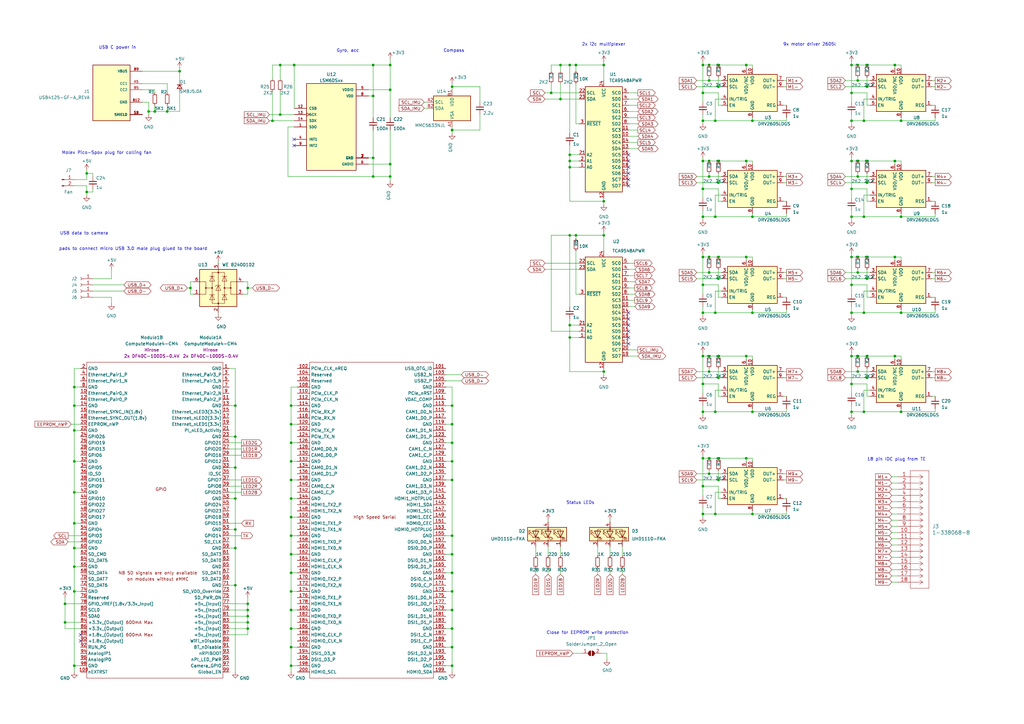
<source format=kicad_sch>
(kicad_sch (version 20211123) (generator eeschema)
  (paper "A3")
  (title_block (title "Unfolding Space Carrier Board - Schematic") (date "2022-01-13") (rev "2") (comment 1 "Licensed under CC-BY-4.0") (comment 2 "Copyright (c) 2022 Jakob Kilian"))
  (junction (at 293.37 88.9) (diameter 0.9144))
  (junction (at 233.68 68.58) (diameter 0.9144))
  (junction (at 355.6 114.3) (diameter 0.9144))
  (junction (at 290.83 187.96) (diameter 0.9144))
  (junction (at 30.48 158.75) (diameter 0.9144))
  (junction (at 369.57 88.9) (diameter 0.9144))
  (junction (at 185.42 173.99) (diameter 0.9144))
  (junction (at 306.07 105.41) (diameter 0.9144))
  (junction (at 294.64 35.56) (diameter 0.9144))
  (junction (at 119.38 181.61) (diameter 0.9144))
  (junction (at 30.48 166.37) (diameter 0.9144))
  (junction (at 306.07 146.05) (diameter 0.9144))
  (junction (at 294.64 154.94) (diameter 0.9144))
  (junction (at 60.96 45.72) (diameter 0.9144))
  (junction (at 288.29 26.67) (diameter 0.9144))
  (junction (at 355.6 74.93) (diameter 0.9144))
  (junction (at 351.79 66.04) (diameter 0.9144))
  (junction (at 26.67 247.65) (diameter 0.9144))
  (junction (at 290.83 194.31) (diameter 0.9144))
  (junction (at 369.57 49.53) (diameter 0.9144))
  (junction (at 153.035 26.67) (diameter 0.9144))
  (junction (at 30.48 242.57) (diameter 0.9144))
  (junction (at 288.29 88.9) (diameter 0.9144))
  (junction (at 229.87 40.64) (diameter 0.9144))
  (junction (at 367.03 66.04) (diameter 0.9144))
  (junction (at 294.64 26.67) (diameter 0.9144))
  (junction (at 290.83 146.05) (diameter 0.9144))
  (junction (at 68.58 45.72) (diameter 0.9144))
  (junction (at 185.42 35.56) (diameter 0.9144))
  (junction (at 308.61 128.27) (diameter 0.9144))
  (junction (at 226.06 38.1) (diameter 0.9144))
  (junction (at 288.29 66.04) (diameter 0.9144))
  (junction (at 119.38 234.95) (diameter 0.9144))
  (junction (at 185.42 234.95) (diameter 0.9144))
  (junction (at 101.6 118.11) (diameter 0.9144))
  (junction (at 294.64 196.85) (diameter 0.9144))
  (junction (at 185.42 166.37) (diameter 0.9144))
  (junction (at 288.29 187.96) (diameter 0.9144))
  (junction (at 96.52 166.37) (diameter 0.9144))
  (junction (at 294.64 114.3) (diameter 0.9144))
  (junction (at 119.38 227.33) (diameter 0.9144))
  (junction (at 185.42 265.43) (diameter 0.9144))
  (junction (at 119.38 166.37) (diameter 0.9144))
  (junction (at 185.42 257.81) (diameter 0.9144))
  (junction (at 30.48 189.23) (diameter 0.9144))
  (junction (at 367.03 26.67) (diameter 0.9144))
  (junction (at 290.83 111.76) (diameter 0.9144))
  (junction (at 160.02 36.83) (diameter 0.9144))
  (junction (at 101.6 247.65) (diameter 0.9144))
  (junction (at 247.65 152.4) (diameter 0.9144))
  (junction (at 96.52 240.03) (diameter 0.9144))
  (junction (at 354.33 128.27) (diameter 0.9144))
  (junction (at 355.6 35.56) (diameter 0.9144))
  (junction (at 349.25 157.48) (diameter 0.9144))
  (junction (at 35.56 78.74) (diameter 0.9144))
  (junction (at 290.83 33.02) (diameter 0.9144))
  (junction (at 185.42 196.85) (diameter 0.9144))
  (junction (at 236.22 96.52) (diameter 0.9144))
  (junction (at 349.25 116.84) (diameter 0.9144))
  (junction (at 185.42 227.33) (diameter 0.9144))
  (junction (at 153.035 39.37) (diameter 0.9144))
  (junction (at 293.37 128.27) (diameter 0.9144))
  (junction (at 96.52 204.47) (diameter 0.9144))
  (junction (at 247.65 26.67) (diameter 0.9144))
  (junction (at 308.61 49.53) (diameter 0.9144))
  (junction (at 349.25 49.53) (diameter 0.9144))
  (junction (at 351.79 33.02) (diameter 0.9144))
  (junction (at 290.83 66.04) (diameter 0.9144))
  (junction (at 294.64 146.05) (diameter 0.9144))
  (junction (at 294.64 66.04) (diameter 0.9144))
  (junction (at 288.29 210.82) (diameter 0.9144))
  (junction (at 349.25 88.9) (diameter 0.9144))
  (junction (at 351.79 111.76) (diameter 0.9144))
  (junction (at 160.02 26.67) (diameter 0.9144))
  (junction (at 111.76 49.53) (diameter 0.9144))
  (junction (at 233.68 66.04) (diameter 0.9144))
  (junction (at 160.02 67.31) (diameter 0.9144))
  (junction (at 293.37 168.91) (diameter 0.9144))
  (junction (at 30.48 224.79) (diameter 0.9144))
  (junction (at 288.29 105.41) (diameter 0.9144))
  (junction (at 233.68 138.43) (diameter 0.9144))
  (junction (at 355.6 26.67) (diameter 0.9144))
  (junction (at 30.48 273.05) (diameter 0.9144))
  (junction (at 349.25 105.41) (diameter 0.9144))
  (junction (at 306.07 187.96) (diameter 0.9144))
  (junction (at 233.68 96.52) (diameter 0.9144))
  (junction (at 288.29 49.53) (diameter 0.9144))
  (junction (at 233.68 26.67) (diameter 0.9144))
  (junction (at 369.57 168.91) (diameter 0.9144))
  (junction (at 101.6 250.19) (diameter 0.9144))
  (junction (at 351.79 105.41) (diameter 0.9144))
  (junction (at 349.25 128.27) (diameter 0.9144))
  (junction (at 73.66 29.21) (diameter 0.9144))
  (junction (at 119.38 273.05) (diameter 0.9144))
  (junction (at 293.37 210.82) (diameter 0.9144))
  (junction (at 247.65 96.52) (diameter 0.9144))
  (junction (at 349.25 146.05) (diameter 0.9144))
  (junction (at 101.6 252.73) (diameter 0.9144))
  (junction (at 355.6 154.94) (diameter 0.9144))
  (junction (at 354.33 88.9) (diameter 0.9144))
  (junction (at 96.52 224.79) (diameter 0.9144))
  (junction (at 288.29 199.39) (diameter 0.9144))
  (junction (at 101.6 255.27) (diameter 0.9144))
  (junction (at 349.25 168.91) (diameter 0.9144))
  (junction (at 290.83 152.4) (diameter 0.9144))
  (junction (at 288.29 128.27) (diameter 0.9144))
  (junction (at 185.42 273.05) (diameter 0.9144))
  (junction (at 78.105 118.11) (diameter 0.9144))
  (junction (at 30.48 232.41) (diameter 0.9144))
  (junction (at 35.56 71.12) (diameter 0.9144))
  (junction (at 153.035 64.77) (diameter 0.9144))
  (junction (at 290.83 26.67) (diameter 0.9144))
  (junction (at 96.52 179.07) (diameter 0.9144))
  (junction (at 351.79 26.67) (diameter 0.9144))
  (junction (at 349.25 26.67) (diameter 0.9144))
  (junction (at 288.29 38.1) (diameter 0.9144))
  (junction (at 369.57 128.27) (diameter 0.9144))
  (junction (at 367.03 105.41) (diameter 0.9144))
  (junction (at 306.07 66.04) (diameter 0.9144))
  (junction (at 119.38 173.99) (diameter 0.9144))
  (junction (at 351.79 72.39) (diameter 0.9144))
  (junction (at 288.29 116.84) (diameter 0.9144))
  (junction (at 293.37 49.53) (diameter 0.9144))
  (junction (at 26.67 255.27) (diameter 0.9144))
  (junction (at 288.29 146.05) (diameter 0.9144))
  (junction (at 114.935 26.67) (diameter 0.9144))
  (junction (at 349.25 77.47) (diameter 0.9144))
  (junction (at 355.6 146.05) (diameter 0.9144))
  (junction (at 349.25 66.04) (diameter 0.9144))
  (junction (at 306.07 26.67) (diameter 0.9144))
  (junction (at 288.29 77.47) (diameter 0.9144))
  (junction (at 247.65 82.55) (diameter 0.9144))
  (junction (at 185.42 189.23) (diameter 0.9144))
  (junction (at 119.38 189.23) (diameter 0.9144))
  (junction (at 290.83 72.39) (diameter 0.9144))
  (junction (at 185.42 242.57) (diameter 0.9144))
  (junction (at 354.33 168.91) (diameter 0.9144))
  (junction (at 153.035 72.39) (diameter 0.9144))
  (junction (at 308.61 88.9) (diameter 0.9144))
  (junction (at 354.33 49.53) (diameter 0.9144))
  (junction (at 96.52 217.17) (diameter 0.9144))
  (junction (at 185.42 181.61) (diameter 0.9144))
  (junction (at 185.42 53.34) (diameter 0.9144))
  (junction (at 119.38 250.19) (diameter 0.9144))
  (junction (at 114.935 46.99) (diameter 0.9144))
  (junction (at 349.25 38.1) (diameter 0.9144))
  (junction (at 288.29 168.91) (diameter 0.9144))
  (junction (at 294.64 105.41) (diameter 0.9144))
  (junction (at 351.79 152.4) (diameter 0.9144))
  (junction (at 288.29 157.48) (diameter 0.9144))
  (junction (at 119.38 212.09) (diameter 0.9144))
  (junction (at 30.48 176.53) (diameter 0.9144))
  (junction (at 119.38 257.81) (diameter 0.9144))
  (junction (at 367.03 146.05) (diameter 0.9144))
  (junction (at 290.83 105.41) (diameter 0.9144))
  (junction (at 308.61 210.82) (diameter 0.9144))
  (junction (at 96.52 191.77) (diameter 0.9144))
  (junction (at 294.64 74.93) (diameter 0.9144))
  (junction (at 101.6 257.81) (diameter 0.9144))
  (junction (at 30.48 201.93) (diameter 0.9144))
  (junction (at 355.6 66.04) (diameter 0.9144))
  (junction (at 30.48 214.63) (diameter 0.9144))
  (junction (at 185.42 219.71) (diameter 0.9144))
  (junction (at 120.65 26.67) (diameter 0.9144))
  (junction (at 119.38 196.85) (diameter 0.9144))
  (junction (at 119.38 219.71) (diameter 0.9144))
  (junction (at 160.02 72.39) (diameter 0.9144))
  (junction (at 236.22 26.67) (diameter 0.9144))
  (junction (at 233.68 63.5) (diameter 0.9144))
  (junction (at 308.61 168.91) (diameter 0.9144))
  (junction (at 233.68 133.35) (diameter 0.9144))
  (junction (at 294.64 187.96) (diameter 0.9144))
  (junction (at 185.42 250.19) (diameter 0.9144))
  (junction (at 119.38 204.47) (diameter 0.9144))
  (junction (at 229.87 26.67) (diameter 0.9144))
  (junction (at 63.5 45.72) (diameter 0.9144))
  (junction (at 119.38 242.57) (diameter 0.9144))
  (junction (at 355.6 105.41) (diameter 0.9144))
  (junction (at 119.38 265.43) (diameter 0.9144))
  (junction (at 351.79 146.05) (diameter 0.9144))
  (no_connect (at 33.02 260.35))
  (no_connect (at 33.02 262.89))
  (no_connect (at 257.81 128.27))
  (no_connect (at 257.81 130.81))
  (no_connect (at 257.81 133.35))
  (no_connect (at 257.81 135.89))
  (no_connect (at 257.81 138.43))
  (no_connect (at 257.81 140.97))
  (no_connect (at 120.65 57.15))
  (no_connect (at 120.65 59.69))
  (no_connect (at 257.81 63.5))
  (no_connect (at 257.81 66.04))
  (no_connect (at 257.81 68.58))
  (no_connect (at 257.81 71.12))
  (no_connect (at 257.81 73.66))
  (no_connect (at 257.81 76.2))
  (wire (pts (xy 288.29 88.9) (xy 293.37 88.9)))
  (wire (pts (xy 308.61 88.9) (xy 293.37 88.9)))
  (wire (pts (xy 288.29 157.48) (xy 288.29 161.29)))
  (wire (pts (xy 93.98 179.07) (xy 96.52 179.07)))
  (wire (pts (xy 96.52 179.07) (xy 96.52 191.77)))
  (wire (pts (xy 369.57 49.53) (xy 383.54 49.53)))
  (wire (pts (xy 153.035 53.34) (xy 153.035 64.77)))
  (wire (pts (xy 367.03 105.41) (xy 369.57 105.41)))
  (wire (pts (xy 233.68 59.69) (xy 233.68 63.5)))
  (wire (pts (xy 351.79 110.49) (xy 351.79 111.76)))
  (wire (pts (xy 219.71 235.585) (xy 219.71 233.045)))
  (wire (pts (xy 285.75 35.56) (xy 294.64 35.56)))
  (wire (pts (xy 294.64 35.56) (xy 295.91 35.56)))
  (wire (pts (xy 365.76 205.74) (xy 368.3 205.74)))
  (wire (pts (xy 290.83 111.76) (xy 295.91 111.76)))
  (wire (pts (xy 119.38 204.47) (xy 119.38 212.09)))
  (wire (pts (xy 121.92 204.47) (xy 119.38 204.47)))
  (wire (pts (xy 224.79 227.965) (xy 224.79 224.155)))
  (wire (pts (xy 349.25 166.37) (xy 349.25 168.91)))
  (wire (pts (xy 293.37 119.38) (xy 293.37 128.27)))
  (wire (pts (xy 356.87 119.38) (xy 354.33 119.38)))
  (wire (pts (xy 247.65 95.25) (xy 247.65 96.52)))
  (wire (pts (xy 288.29 116.84) (xy 288.29 120.65)))
  (wire (pts (xy 365.76 210.82) (xy 368.3 210.82)))
  (wire (pts (xy 233.68 68.58) (xy 237.49 68.58)))
  (wire (pts (xy 351.79 105.41) (xy 355.6 105.41)))
  (wire (pts (xy 349.25 66.04) (xy 351.79 66.04)))
  (wire (pts (xy 288.29 168.91) (xy 288.29 170.18)))
  (wire (pts (xy 247.65 25.4) (xy 247.65 26.67)))
  (wire (pts (xy 247.65 26.67) (xy 247.65 33.02)))
  (wire (pts (xy 349.25 38.1) (xy 349.25 41.91)))
  (wire (pts (xy 351.79 33.02) (xy 356.87 33.02)))
  (wire (pts (xy 346.71 74.93) (xy 355.6 74.93)))
  (wire (pts (xy 355.6 74.93) (xy 356.87 74.93)))
  (wire (pts (xy 233.68 26.67) (xy 233.68 54.61)))
  (wire (pts (xy 322.58 128.27) (xy 322.58 127)))
  (wire (pts (xy 308.61 48.26) (xy 308.61 49.53)))
  (wire (pts (xy 308.61 128.27) (xy 293.37 128.27)))
  (wire (pts (xy 355.6 146.05) (xy 367.03 146.05)))
  (wire (pts (xy 321.31 74.93) (xy 322.58 74.93)))
  (wire (pts (xy 257.81 146.05) (xy 261.62 146.05)))
  (wire (pts (xy 306.07 187.96) (xy 308.61 187.96)))
  (wire (pts (xy 355.6 162.56) (xy 356.87 162.56)))
  (wire (pts (xy 119.38 212.09) (xy 119.38 219.71)))
  (wire (pts (xy 121.92 212.09) (xy 119.38 212.09)))
  (wire (pts (xy 236.22 34.29) (xy 236.22 50.8)))
  (wire (pts (xy 237.49 50.8) (xy 236.22 50.8)))
  (wire (pts (xy 346.71 35.56) (xy 355.6 35.56)))
  (wire (pts (xy 355.6 35.56) (xy 356.87 35.56)))
  (wire (pts (xy 383.54 128.27) (xy 383.54 127)))
  (wire (pts (xy 290.83 110.49) (xy 290.83 111.76)))
  (wire (pts (xy 250.19 235.585) (xy 250.19 233.045)))
  (wire (pts (xy 58.42 34.29) (xy 68.58 34.29)))
  (wire (pts (xy 68.58 34.29) (xy 68.58 38.1)))
  (wire (pts (xy 257.81 55.88) (xy 261.62 55.88)))
  (wire (pts (xy 321.31 204.47) (xy 322.58 204.47)))
  (wire (pts (xy 185.42 35.56) (xy 196.85 35.56)))
  (wire (pts (xy 196.85 35.56) (xy 196.85 41.91)))
  (wire (pts (xy 321.31 196.85) (xy 322.58 196.85)))
  (wire (pts (xy 295.91 40.64) (xy 293.37 40.64)))
  (wire (pts (xy 30.48 76.2) (xy 35.56 76.2)))
  (wire (pts (xy 35.56 76.2) (xy 35.56 78.74)))
  (wire (pts (xy 35.56 78.74) (xy 35.56 80.01)))
  (wire (pts (xy 93.98 252.73) (xy 101.6 252.73)))
  (wire (pts (xy 101.6 252.73) (xy 101.6 250.19)))
  (wire (pts (xy 257.81 113.03) (xy 260.35 113.03)))
  (wire (pts (xy 367.03 26.67) (xy 369.57 26.67)))
  (wire (pts (xy 30.48 189.23) (xy 30.48 201.93)))
  (wire (pts (xy 33.02 189.23) (xy 30.48 189.23)))
  (wire (pts (xy 99.06 184.15) (xy 93.98 184.15)))
  (wire (pts (xy 321.31 194.31) (xy 322.58 194.31)))
  (wire (pts (xy 294.64 157.48) (xy 294.64 162.56)))
  (wire (pts (xy 294.64 82.55) (xy 295.91 82.55)))
  (wire (pts (xy 257.81 143.51) (xy 261.62 143.51)))
  (wire (pts (xy 288.29 157.48) (xy 288.29 146.05)))
  (wire (pts (xy 27.94 219.71) (xy 33.02 219.71)))
  (wire (pts (xy 119.38 265.43) (xy 121.92 265.43)))
  (wire (pts (xy 119.38 273.05) (xy 119.38 265.43)))
  (wire (pts (xy 121.92 273.05) (xy 119.38 273.05)))
  (wire (pts (xy 349.25 116.84) (xy 355.6 116.84)))
  (wire (pts (xy 236.22 26.67) (xy 236.22 29.21)))
  (wire (pts (xy 306.07 66.04) (xy 308.61 66.04)))
  (wire (pts (xy 288.29 210.82) (xy 293.37 210.82)))
  (wire (pts (xy 257.81 120.65) (xy 260.35 120.65)))
  (wire (pts (xy 233.68 82.55) (xy 233.68 68.58)))
  (wire (pts (xy 247.65 82.55) (xy 233.68 82.55)))
  (wire (pts (xy 236.22 102.87) (xy 236.22 120.65)))
  (wire (pts (xy 236.22 120.65) (xy 237.49 120.65)))
  (wire (pts (xy 73.66 45.72) (xy 68.58 45.72)))
  (wire (pts (xy 257.81 53.34) (xy 261.62 53.34)))
  (wire (pts (xy 308.61 26.67) (xy 308.61 27.94)))
  (wire (pts (xy 349.25 125.73) (xy 349.25 128.27)))
  (wire (pts (xy 383.54 168.91) (xy 383.54 167.64)))
  (wire (pts (xy 355.6 157.48) (xy 355.6 162.56)))
  (wire (pts (xy 30.48 73.66) (xy 35.56 73.66)))
  (wire (pts (xy 35.56 69.85) (xy 35.56 71.12)))
  (wire (pts (xy 35.56 71.12) (xy 35.56 73.66)))
  (wire (pts (xy 369.57 105.41) (xy 369.57 106.68)))
  (wire (pts (xy 308.61 87.63) (xy 308.61 88.9)))
  (wire (pts (xy 255.27 227.965) (xy 255.27 224.155)))
  (wire (pts (xy 30.48 214.63) (xy 30.48 224.79)))
  (wire (pts (xy 33.02 214.63) (xy 30.48 214.63)))
  (wire (pts (xy 356.87 40.64) (xy 354.33 40.64)))
  (wire (pts (xy 224.79 235.585) (xy 224.79 233.045)))
  (wire (pts (xy 294.64 31.75) (xy 294.64 35.56)))
  (wire (pts (xy 321.31 114.3) (xy 322.58 114.3)))
  (wire (pts (xy 73.66 27.94) (xy 73.66 29.21)))
  (wire (pts (xy 367.03 66.04) (xy 369.57 66.04)))
  (wire (pts (xy 365.76 213.36) (xy 368.3 213.36)))
  (wire (pts (xy 223.52 107.95) (xy 237.49 107.95)))
  (wire (pts (xy 383.54 88.9) (xy 383.54 87.63)))
  (wire (pts (xy 257.81 40.64) (xy 261.62 40.64)))
  (wire (pts (xy 185.42 234.95) (xy 185.42 242.57)))
  (wire (pts (xy 185.42 242.57) (xy 182.88 242.57)))
  (wire (pts (xy 290.83 31.75) (xy 290.83 33.02)))
  (wire (pts (xy 382.27 162.56) (xy 383.54 162.56)))
  (wire (pts (xy 288.29 86.36) (xy 288.29 88.9)))
  (wire (pts (xy 30.48 242.57) (xy 30.48 273.05)))
  (wire (pts (xy 33.02 242.57) (xy 30.48 242.57)))
  (wire (pts (xy 306.07 66.04) (xy 306.07 67.31)))
  (wire (pts (xy 151.13 36.83) (xy 160.02 36.83)))
  (wire (pts (xy 226.06 96.52) (xy 233.68 96.52)))
  (wire (pts (xy 226.06 135.89) (xy 226.06 96.52)))
  (wire (pts (xy 233.68 96.52) (xy 236.22 96.52)))
  (wire (pts (xy 236.22 96.52) (xy 247.65 96.52)))
  (wire (pts (xy 237.49 135.89) (xy 226.06 135.89)))
  (wire (pts (xy 247.65 96.52) (xy 247.65 102.87)))
  (wire (pts (xy 321.31 35.56) (xy 322.58 35.56)))
  (wire (pts (xy 185.42 242.57) (xy 185.42 250.19)))
  (wire (pts (xy 185.42 250.19) (xy 182.88 250.19)))
  (wire (pts (xy 257.81 110.49) (xy 260.35 110.49)))
  (wire (pts (xy 119.38 166.37) (xy 119.38 173.99)))
  (wire (pts (xy 121.92 166.37) (xy 119.38 166.37)))
  (wire (pts (xy 295.91 201.93) (xy 293.37 201.93)))
  (wire (pts (xy 285.75 72.39) (xy 290.83 72.39)))
  (wire (pts (xy 245.11 227.965) (xy 245.11 224.155)))
  (wire (pts (xy 288.29 105.41) (xy 290.83 105.41)))
  (wire (pts (xy 73.66 38.1) (xy 73.66 45.72)))
  (wire (pts (xy 365.76 233.68) (xy 368.3 233.68)))
  (wire (pts (xy 369.57 49.53) (xy 354.33 49.53)))
  (wire (pts (xy 321.31 111.76) (xy 322.58 111.76)))
  (wire (pts (xy 285.75 152.4) (xy 290.83 152.4)))
  (wire (pts (xy 382.27 121.92) (xy 383.54 121.92)))
  (wire (pts (xy 93.98 257.81) (xy 101.6 257.81)))
  (wire (pts (xy 101.6 257.81) (xy 101.6 255.27)))
  (wire (pts (xy 356.87 160.02) (xy 354.33 160.02)))
  (wire (pts (xy 93.98 214.63) (xy 99.06 214.63)))
  (wire (pts (xy 369.57 26.67) (xy 369.57 27.94)))
  (wire (pts (xy 101.6 245.11) (xy 101.6 247.65)))
  (wire (pts (xy 101.6 247.65) (xy 93.98 247.65)))
  (wire (pts (xy 321.31 43.18) (xy 322.58 43.18)))
  (wire (pts (xy 182.88 265.43) (xy 185.42 265.43)))
  (wire (pts (xy 185.42 257.81) (xy 185.42 265.43)))
  (wire (pts (xy 26.67 255.27) (xy 26.67 247.65)))
  (wire (pts (xy 33.02 255.27) (xy 26.67 255.27)))
  (wire (pts (xy 355.6 82.55) (xy 356.87 82.55)))
  (wire (pts (xy 119.38 181.61) (xy 119.38 189.23)))
  (wire (pts (xy 121.92 181.61) (xy 119.38 181.61)))
  (wire (pts (xy 369.57 167.64) (xy 369.57 168.91)))
  (wire (pts (xy 185.42 189.23) (xy 185.42 196.85)))
  (wire (pts (xy 185.42 196.85) (xy 182.88 196.85)))
  (wire (pts (xy 349.25 146.05) (xy 351.79 146.05)))
  (wire (pts (xy 93.98 219.71) (xy 99.06 219.71)))
  (wire (pts (xy 308.61 210.82) (xy 322.58 210.82)))
  (wire (pts (xy 288.29 116.84) (xy 288.29 105.41)))
  (wire (pts (xy 233.68 96.52) (xy 233.68 125.73)))
  (wire (pts (xy 355.6 38.1) (xy 355.6 43.18)))
  (wire (pts (xy 160.02 24.13) (xy 160.02 26.67)))
  (wire (pts (xy 355.6 116.84) (xy 355.6 121.92)))
  (wire (pts (xy 349.25 77.47) (xy 349.25 66.04)))
  (wire (pts (xy 153.035 26.67) (xy 160.02 26.67)))
  (wire (pts (xy 160.02 26.67) (xy 160.02 36.83)))
  (wire (pts (xy 160.02 36.83) (xy 160.02 48.26)))
  (wire (pts (xy 151.13 64.77) (xy 153.035 64.77)))
  (wire (pts (xy 382.27 35.56) (xy 383.54 35.56)))
  (wire (pts (xy 182.88 273.05) (xy 185.42 273.05)))
  (wire (pts (xy 185.42 265.43) (xy 185.42 273.05)))
  (wire (pts (xy 382.27 74.93) (xy 383.54 74.93)))
  (wire (pts (xy 288.29 26.67) (xy 290.83 26.67)))
  (wire (pts (xy 288.29 38.1) (xy 288.29 26.67)))
  (wire (pts (xy 290.83 26.67) (xy 294.64 26.67)))
  (wire (pts (xy 294.64 26.67) (xy 306.07 26.67)))
  (wire (pts (xy 369.57 128.27) (xy 354.33 128.27)))
  (wire (pts (xy 369.57 88.9) (xy 354.33 88.9)))
  (wire (pts (xy 119.38 242.57) (xy 119.38 250.19)))
  (wire (pts (xy 121.92 242.57) (xy 119.38 242.57)))
  (wire (pts (xy 233.68 130.81) (xy 233.68 133.35)))
  (wire (pts (xy 257.81 48.26) (xy 261.62 48.26)))
  (wire (pts (xy 308.61 209.55) (xy 308.61 210.82)))
  (wire (pts (xy 367.03 26.67) (xy 367.03 27.94)))
  (wire (pts (xy 321.31 72.39) (xy 322.58 72.39)))
  (wire (pts (xy 236.22 96.52) (xy 236.22 97.79)))
  (wire (pts (xy 160.02 72.39) (xy 160.02 74.295)))
  (wire (pts (xy 346.71 152.4) (xy 351.79 152.4)))
  (wire (pts (xy 93.98 240.03) (xy 96.52 240.03)))
  (wire (pts (xy 96.52 240.03) (xy 96.52 275.59)))
  (wire (pts (xy 119.38 227.33) (xy 121.92 227.33)))
  (wire (pts (xy 382.27 111.76) (xy 383.54 111.76)))
  (wire (pts (xy 250.19 213.36) (xy 250.19 213.995)))
  (wire (pts (xy 355.6 121.92) (xy 356.87 121.92)))
  (wire (pts (xy 285.75 33.02) (xy 290.83 33.02)))
  (wire (pts (xy 290.83 33.02) (xy 295.91 33.02)))
  (wire (pts (xy 382.27 43.18) (xy 383.54 43.18)))
  (wire (pts (xy 119.38 196.85) (xy 119.38 204.47)))
  (wire (pts (xy 121.92 196.85) (xy 119.38 196.85)))
  (wire (pts (xy 89.535 128.27) (xy 89.535 128.905)))
  (wire (pts (xy 173.99 41.91) (xy 175.26 41.91)))
  (wire (pts (xy 346.71 114.3) (xy 355.6 114.3)))
  (wire (pts (xy 355.6 114.3) (xy 356.87 114.3)))
  (wire (pts (xy 233.68 152.4) (xy 233.68 138.43)))
  (wire (pts (xy 247.65 152.4) (xy 233.68 152.4)))
  (wire (pts (xy 321.31 154.94) (xy 322.58 154.94)))
  (wire (pts (xy 30.48 158.75) (xy 30.48 166.37)))
  (wire (pts (xy 33.02 158.75) (xy 30.48 158.75)))
  (wire (pts (xy 89.535 107.315) (xy 89.535 107.95)))
  (wire (pts (xy 285.75 111.76) (xy 290.83 111.76)))
  (wire (pts (xy 308.61 127) (xy 308.61 128.27)))
  (wire (pts (xy 153.035 39.37) (xy 153.035 48.26)))
  (wire (pts (xy 185.42 173.99) (xy 185.42 181.61)))
  (wire (pts (xy 185.42 181.61) (xy 182.88 181.61)))
  (wire (pts (xy 224.79 213.36) (xy 224.79 213.995)))
  (wire (pts (xy 349.25 104.14) (xy 349.25 105.41)))
  (wire (pts (xy 288.29 104.14) (xy 288.29 105.41)))
  (wire (pts (xy 349.25 168.91) (xy 349.25 170.18)))
  (wire (pts (xy 346.71 33.02) (xy 351.79 33.02)))
  (wire (pts (xy 294.64 105.41) (xy 306.07 105.41)))
  (wire (pts (xy 285.75 74.93) (xy 294.64 74.93)))
  (wire (pts (xy 294.64 74.93) (xy 295.91 74.93)))
  (wire (pts (xy 294.64 146.05) (xy 306.07 146.05)))
  (wire (pts (xy 26.67 245.11) (xy 26.67 247.65)))
  (wire (pts (xy 33.02 247.65) (xy 26.67 247.65)))
  (wire (pts (xy 382.27 114.3) (xy 383.54 114.3)))
  (wire (pts (xy 290.83 105.41) (xy 294.64 105.41)))
  (wire (pts (xy 295.91 119.38) (xy 293.37 119.38)))
  (wire (pts (xy 346.71 72.39) (xy 351.79 72.39)))
  (wire (pts (xy 257.81 118.11) (xy 260.35 118.11)))
  (wire (pts (xy 38.1 119.38) (xy 50.8 119.38)))
  (wire (pts (xy 308.61 168.91) (xy 322.58 168.91)))
  (wire (pts (xy 250.19 227.965) (xy 250.19 224.155)))
  (wire (pts (xy 30.48 273.05) (xy 30.48 275.59)))
  (wire (pts (xy 33.02 273.05) (xy 30.48 273.05)))
  (wire (pts (xy 294.64 71.12) (xy 294.64 74.93)))
  (wire (pts (xy 356.87 80.01) (xy 354.33 80.01)))
  (wire (pts (xy 354.33 40.64) (xy 354.33 49.53)))
  (wire (pts (xy 290.83 72.39) (xy 295.91 72.39)))
  (wire (pts (xy 285.75 194.31) (xy 290.83 194.31)))
  (wire (pts (xy 306.07 105.41) (xy 306.07 106.68)))
  (wire (pts (xy 119.38 189.23) (xy 119.38 196.85)))
  (wire (pts (xy 121.92 189.23) (xy 119.38 189.23)))
  (wire (pts (xy 349.25 157.48) (xy 355.6 157.48)))
  (wire (pts (xy 369.57 87.63) (xy 369.57 88.9)))
  (wire (pts (xy 365.76 198.12) (xy 368.3 198.12)))
  (wire (pts (xy 182.88 158.75) (xy 185.42 158.75)))
  (wire (pts (xy 182.88 166.37) (xy 185.42 166.37)))
  (wire (pts (xy 185.42 158.75) (xy 185.42 166.37)))
  (wire (pts (xy 288.29 46.99) (xy 288.29 49.53)))
  (wire (pts (xy 288.29 49.53) (xy 293.37 49.53)))
  (wire (pts (xy 58.42 36.83) (xy 63.5 36.83)))
  (wire (pts (xy 63.5 36.83) (xy 63.5 38.1)))
  (wire (pts (xy 185.42 52.07) (xy 185.42 53.34)))
  (wire (pts (xy 185.42 53.34) (xy 185.42 54.61)))
  (wire (pts (xy 288.29 38.1) (xy 288.29 41.91)))
  (wire (pts (xy 288.29 38.1) (xy 294.64 38.1)))
  (wire (pts (xy 38.1 114.3) (xy 45.72 114.3)))
  (wire (pts (xy 45.72 110.49) (xy 45.72 114.3)))
  (wire (pts (xy 293.37 80.01) (xy 293.37 88.9)))
  (wire (pts (xy 290.83 187.96) (xy 294.64 187.96)))
  (wire (pts (xy 285.75 154.94) (xy 294.64 154.94)))
  (wire (pts (xy 294.64 154.94) (xy 295.91 154.94)))
  (wire (pts (xy 27.94 222.25) (xy 33.02 222.25)))
  (wire (pts (xy 110.49 49.53) (xy 111.76 49.53)))
  (wire (pts (xy 111.76 49.53) (xy 120.65 49.53)))
  (wire (pts (xy 185.42 53.34) (xy 196.85 53.34)))
  (wire (pts (xy 196.85 53.34) (xy 196.85 46.99)))
  (wire (pts (xy 120.65 26.67) (xy 120.65 44.45)))
  (wire (pts (xy 118.11 72.39) (xy 153.035 72.39)))
  (wire (pts (xy 382.27 154.94) (xy 383.54 154.94)))
  (wire (pts (xy 355.6 105.41) (xy 367.03 105.41)))
  (wire (pts (xy 288.29 25.4) (xy 288.29 26.67)))
  (wire (pts (xy 223.52 110.49) (xy 237.49 110.49)))
  (wire (pts (xy 365.76 226.06) (xy 368.3 226.06)))
  (wire (pts (xy 63.5 43.18) (xy 63.5 45.72)))
  (wire (pts (xy 185.42 34.29) (xy 185.42 35.56)))
  (wire (pts (xy 185.42 35.56) (xy 185.42 36.83)))
  (wire (pts (xy 306.07 105.41) (xy 308.61 105.41)))
  (wire (pts (xy 351.79 151.13) (xy 351.79 152.4)))
  (wire (pts (xy 346.71 154.94) (xy 355.6 154.94)))
  (wire (pts (xy 355.6 154.94) (xy 356.87 154.94)))
  (wire (pts (xy 293.37 201.93) (xy 293.37 210.82)))
  (wire (pts (xy 369.57 127) (xy 369.57 128.27)))
  (wire (pts (xy 349.25 25.4) (xy 349.25 26.67)))
  (wire (pts (xy 30.48 176.53) (xy 30.48 189.23)))
  (wire (pts (xy 33.02 176.53) (xy 30.48 176.53)))
  (wire (pts (xy 257.81 45.72) (xy 261.62 45.72)))
  (wire (pts (xy 369.57 88.9) (xy 383.54 88.9)))
  (wire (pts (xy 349.25 77.47) (xy 355.6 77.47)))
  (wire (pts (xy 382.27 33.02) (xy 383.54 33.02)))
  (wire (pts (xy 349.25 168.91) (xy 354.33 168.91)))
  (wire (pts (xy 119.38 257.81) (xy 119.38 265.43)))
  (wire (pts (xy 121.92 257.81) (xy 119.38 257.81)))
  (wire (pts (xy 290.83 71.12) (xy 290.83 72.39)))
  (wire (pts (xy 365.76 231.14) (xy 368.3 231.14)))
  (wire (pts (xy 153.035 26.67) (xy 153.035 39.37)))
  (wire (pts (xy 151.13 67.31) (xy 160.02 67.31)))
  (wire (pts (xy 288.29 166.37) (xy 288.29 168.91)))
  (wire (pts (xy 288.29 128.27) (xy 293.37 128.27)))
  (wire (pts (xy 308.61 168.91) (xy 293.37 168.91)))
  (wire (pts (xy 35.56 71.12) (xy 38.1 71.12)))
  (wire (pts (xy 38.1 71.12) (xy 38.1 72.39)))
  (wire (pts (xy 288.29 49.53) (xy 288.29 50.8)))
  (wire (pts (xy 308.61 105.41) (xy 308.61 106.68)))
  (wire (pts (xy 321.31 121.92) (xy 322.58 121.92)))
  (wire (pts (xy 349.25 88.9) (xy 354.33 88.9)))
  (wire (pts (xy 365.76 223.52) (xy 368.3 223.52)))
  (wire (pts (xy 308.61 88.9) (xy 322.58 88.9)))
  (wire (pts (xy 93.98 201.93) (xy 99.06 201.93)))
  (wire (pts (xy 365.76 208.28) (xy 368.3 208.28)))
  (wire (pts (xy 351.79 146.05) (xy 355.6 146.05)))
  (wire (pts (xy 354.33 160.02) (xy 354.33 168.91)))
  (wire (pts (xy 351.79 26.67) (xy 355.6 26.67)))
  (wire (pts (xy 308.61 128.27) (xy 322.58 128.27)))
  (wire (pts (xy 99.695 120.65) (xy 101.6 120.65)))
  (wire (pts (xy 101.6 118.11) (xy 103.505 118.11)))
  (wire (pts (xy 349.25 86.36) (xy 349.25 88.9)))
  (wire (pts (xy 30.48 201.93) (xy 30.48 214.63)))
  (wire (pts (xy 33.02 201.93) (xy 30.48 201.93)))
  (wire (pts (xy 257.81 43.18) (xy 261.62 43.18)))
  (wire (pts (xy 321.31 162.56) (xy 322.58 162.56)))
  (wire (pts (xy 288.29 208.28) (xy 288.29 210.82)))
  (wire (pts (xy 288.29 157.48) (xy 294.64 157.48)))
  (wire (pts (xy 93.98 255.27) (xy 101.6 255.27)))
  (wire (pts (xy 101.6 255.27) (xy 101.6 252.73)))
  (wire (pts (xy 349.25 128.27) (xy 349.25 129.54)))
  (wire (pts (xy 365.76 203.2) (xy 368.3 203.2)))
  (wire (pts (xy 185.42 181.61) (xy 185.42 189.23)))
  (wire (pts (xy 185.42 189.23) (xy 182.88 189.23)))
  (wire (pts (xy 288.29 88.9) (xy 288.29 90.17)))
  (wire (pts (xy 35.56 78.74) (xy 38.1 78.74)))
  (wire (pts (xy 38.1 78.74) (xy 38.1 77.47)))
  (wire (pts (xy 93.98 196.85) (xy 99.06 196.85)))
  (wire (pts (xy 367.03 146.05) (xy 367.03 147.32)))
  (wire (pts (xy 185.42 219.71) (xy 185.42 227.33)))
  (wire (pts (xy 185.42 227.33) (xy 182.88 227.33)))
  (wire (pts (xy 369.57 146.05) (xy 369.57 147.32)))
  (wire (pts (xy 182.88 257.81) (xy 185.42 257.81)))
  (wire (pts (xy 185.42 250.19) (xy 185.42 257.81)))
  (wire (pts (xy 369.57 66.04) (xy 369.57 67.31)))
  (wire (pts (xy 349.25 105.41) (xy 351.79 105.41)))
  (wire (pts (xy 355.6 151.13) (xy 355.6 154.94)))
  (wire (pts (xy 294.64 162.56) (xy 295.91 162.56)))
  (wire (pts (xy 308.61 210.82) (xy 293.37 210.82)))
  (wire (pts (xy 247.65 151.13) (xy 247.65 152.4)))
  (wire (pts (xy 247.65 152.4) (xy 247.65 153.67)))
  (wire (pts (xy 369.57 168.91) (xy 354.33 168.91)))
  (wire (pts (xy 294.64 116.84) (xy 294.64 121.92)))
  (wire (pts (xy 369.57 168.91) (xy 383.54 168.91)))
  (wire (pts (xy 322.58 88.9) (xy 322.58 87.63)))
  (wire (pts (xy 382.27 152.4) (xy 383.54 152.4)))
  (wire (pts (xy 365.76 218.44) (xy 368.3 218.44)))
  (wire (pts (xy 288.29 77.47) (xy 288.29 81.28)))
  (wire (pts (xy 288.29 77.47) (xy 288.29 66.04)))
  (wire (pts (xy 288.29 186.69) (xy 288.29 187.96)))
  (wire (pts (xy 247.65 81.28) (xy 247.65 82.55)))
  (wire (pts (xy 247.65 82.55) (xy 247.65 83.82)))
  (wire (pts (xy 367.03 146.05) (xy 369.57 146.05)))
  (wire (pts (xy 30.48 232.41) (xy 30.48 242.57)))
  (wire (pts (xy 33.02 232.41) (xy 30.48 232.41)))
  (wire (pts (xy 226.06 26.67) (xy 226.06 29.21)))
  (wire (pts (xy 229.87 26.67) (xy 226.06 26.67)))
  (wire (pts (xy 288.29 199.39) (xy 294.64 199.39)))
  (wire (pts (xy 367.03 66.04) (xy 367.03 67.31)))
  (wire (pts (xy 285.75 114.3) (xy 294.64 114.3)))
  (wire (pts (xy 294.64 114.3) (xy 295.91 114.3)))
  (wire (pts (xy 351.79 152.4) (xy 356.87 152.4)))
  (wire (pts (xy 229.87 235.585) (xy 229.87 233.045)))
  (wire (pts (xy 365.76 195.58) (xy 368.3 195.58)))
  (wire (pts (xy 308.61 66.04) (xy 308.61 67.31)))
  (wire (pts (xy 26.67 257.81) (xy 26.67 255.27)))
  (wire (pts (xy 33.02 257.81) (xy 26.67 257.81)))
  (wire (pts (xy 93.98 260.35) (xy 101.6 260.35)))
  (wire (pts (xy 101.6 260.35) (xy 101.6 257.81)))
  (wire (pts (xy 294.64 66.04) (xy 306.07 66.04)))
  (wire (pts (xy 294.64 151.13) (xy 294.64 154.94)))
  (wire (pts (xy 349.25 88.9) (xy 349.25 90.17)))
  (wire (pts (xy 349.25 26.67) (xy 351.79 26.67)))
  (wire (pts (xy 285.75 196.85) (xy 294.64 196.85)))
  (wire (pts (xy 294.64 196.85) (xy 295.91 196.85)))
  (wire (pts (xy 257.81 115.57) (xy 260.35 115.57)))
  (wire (pts (xy 294.64 110.49) (xy 294.64 114.3)))
  (wire (pts (xy 93.98 166.37) (xy 96.52 166.37)))
  (wire (pts (xy 96.52 166.37) (xy 96.52 179.07)))
  (wire (pts (xy 223.52 38.1) (xy 226.06 38.1)))
  (wire (pts (xy 226.06 38.1) (xy 237.49 38.1)))
  (wire (pts (xy 288.29 144.78) (xy 288.29 146.05)))
  (wire (pts (xy 355.6 26.67) (xy 367.03 26.67)))
  (wire (pts (xy 78.105 120.65) (xy 79.375 120.65)))
  (wire (pts (xy 233.68 133.35) (xy 233.68 138.43)))
  (wire (pts (xy 233.68 138.43) (xy 237.49 138.43)))
  (wire (pts (xy 237.49 133.35) (xy 233.68 133.35)))
  (wire (pts (xy 288.29 146.05) (xy 290.83 146.05)))
  (wire (pts (xy 382.27 82.55) (xy 383.54 82.55)))
  (wire (pts (xy 226.06 34.29) (xy 226.06 38.1)))
  (wire (pts (xy 185.42 273.05) (xy 185.42 275.59)))
  (wire (pts (xy 290.83 152.4) (xy 295.91 152.4)))
  (wire (pts (xy 233.68 63.5) (xy 233.68 66.04)))
  (wire (pts (xy 237.49 63.5) (xy 233.68 63.5)))
  (wire (pts (xy 293.37 160.02) (xy 293.37 168.91)))
  (wire (pts (xy 153.035 72.39) (xy 160.02 72.39)))
  (wire (pts (xy 160.02 67.31) (xy 160.02 53.34)))
  (wire (pts (xy 160.02 72.39) (xy 160.02 67.31)))
  (wire (pts (xy 351.79 71.12) (xy 351.79 72.39)))
  (wire (pts (xy 308.61 167.64) (xy 308.61 168.91)))
  (wire (pts (xy 111.76 37.465) (xy 111.76 49.53)))
  (wire (pts (xy 349.25 116.84) (xy 349.25 120.65)))
  (wire (pts (xy 182.88 153.67) (xy 189.23 153.67)))
  (wire (pts (xy 294.64 193.04) (xy 294.64 196.85)))
  (wire (pts (xy 118.11 52.07) (xy 118.11 72.39)))
  (wire (pts (xy 120.65 52.07) (xy 118.11 52.07)))
  (wire (pts (xy 322.58 210.82) (xy 322.58 209.55)))
  (wire (pts (xy 30.48 224.79) (xy 30.48 232.41)))
  (wire (pts (xy 33.02 224.79) (xy 30.48 224.79)))
  (wire (pts (xy 321.31 33.02) (xy 322.58 33.02)))
  (wire (pts (xy 349.25 64.77) (xy 349.25 66.04)))
  (wire (pts (xy 288.29 77.47) (xy 294.64 77.47)))
  (wire (pts (xy 111.76 26.67) (xy 114.935 26.67)))
  (wire (pts (xy 114.935 26.67) (xy 114.935 32.385)))
  (wire (pts (xy 114.935 26.67) (xy 120.65 26.67)))
  (wire (pts (xy 120.65 26.67) (xy 153.035 26.67)))
  (wire (pts (xy 288.29 128.27) (xy 288.29 129.54)))
  (wire (pts (xy 321.31 152.4) (xy 322.58 152.4)))
  (wire (pts (xy 229.87 26.67) (xy 229.87 29.21)))
  (wire (pts (xy 233.68 26.67) (xy 229.87 26.67)))
  (wire (pts (xy 236.22 26.67) (xy 233.68 26.67)))
  (wire (pts (xy 247.65 26.67) (xy 236.22 26.67)))
  (wire (pts (xy 229.87 34.29) (xy 229.87 40.64)))
  (wire (pts (xy 288.29 66.04) (xy 290.83 66.04)))
  (wire (pts (xy 111.76 32.385) (xy 111.76 26.67)))
  (wire (pts (xy 294.64 199.39) (xy 294.64 204.47)))
  (wire (pts (xy 306.07 26.67) (xy 306.07 27.94)))
  (wire (pts (xy 30.48 166.37) (xy 30.48 176.53)))
  (wire (pts (xy 33.02 166.37) (xy 30.48 166.37)))
  (wire (pts (xy 365.76 238.76) (xy 368.3 238.76)))
  (wire (pts (xy 383.54 49.53) (xy 383.54 48.26)))
  (wire (pts (xy 30.48 151.13) (xy 30.48 158.75)))
  (wire (pts (xy 33.02 151.13) (xy 30.48 151.13)))
  (wire (pts (xy 290.83 193.04) (xy 290.83 194.31)))
  (wire (pts (xy 369.57 128.27) (xy 383.54 128.27)))
  (wire (pts (xy 185.42 227.33) (xy 185.42 234.95)))
  (wire (pts (xy 185.42 234.95) (xy 182.88 234.95)))
  (wire (pts (xy 294.64 38.1) (xy 294.64 43.18)))
  (wire (pts (xy 294.64 43.18) (xy 295.91 43.18)))
  (wire (pts (xy 110.49 46.99) (xy 114.935 46.99)))
  (wire (pts (xy 114.935 46.99) (xy 120.65 46.99)))
  (wire (pts (xy 355.6 110.49) (xy 355.6 114.3)))
  (wire (pts (xy 234.95 267.97) (xy 238.76 267.97)))
  (wire (pts (xy 295.91 160.02) (xy 293.37 160.02)))
  (wire (pts (xy 306.07 26.67) (xy 308.61 26.67)))
  (wire (pts (xy 257.81 123.19) (xy 260.35 123.19)))
  (wire (pts (xy 257.81 38.1) (xy 261.62 38.1)))
  (wire (pts (xy 306.07 187.96) (xy 306.07 189.23)))
  (wire (pts (xy 257.81 60.96) (xy 261.62 60.96)))
  (wire (pts (xy 306.07 146.05) (xy 308.61 146.05)))
  (wire (pts (xy 288.29 168.91) (xy 293.37 168.91)))
  (wire (pts (xy 308.61 146.05) (xy 308.61 147.32)))
  (wire (pts (xy 351.79 111.76) (xy 356.87 111.76)))
  (wire (pts (xy 255.27 235.585) (xy 255.27 233.045)))
  (wire (pts (xy 153.035 64.77) (xy 153.035 72.39)))
  (wire (pts (xy 365.76 236.22) (xy 368.3 236.22)))
  (wire (pts (xy 288.29 210.82) (xy 288.29 212.09)))
  (wire (pts (xy 355.6 71.12) (xy 355.6 74.93)))
  (wire (pts (xy 58.42 41.91) (xy 60.96 41.91)))
  (wire (pts (xy 60.96 41.91) (xy 60.96 45.72)))
  (wire (pts (xy 60.96 45.72) (xy 60.96 46.99)))
  (wire (pts (xy 93.98 186.69) (xy 99.06 186.69)))
  (wire (pts (xy 185.42 196.85) (xy 185.42 219.71)))
  (wire (pts (xy 185.42 219.71) (xy 182.88 219.71)))
  (wire (pts (xy 294.64 204.47) (xy 295.91 204.47)))
  (wire (pts (xy 294.64 121.92) (xy 295.91 121.92)))
  (wire (pts (xy 288.29 125.73) (xy 288.29 128.27)))
  (wire (pts (xy 349.25 128.27) (xy 354.33 128.27)))
  (wire (pts (xy 322.58 168.91) (xy 322.58 167.64)))
  (wire (pts (xy 182.88 156.21) (xy 189.23 156.21)))
  (wire (pts (xy 257.81 125.73) (xy 260.35 125.73)))
  (wire (pts (xy 93.98 181.61) (xy 99.06 181.61)))
  (wire (pts (xy 321.31 82.55) (xy 322.58 82.55)))
  (wire (pts (xy 93.98 250.19) (xy 101.6 250.19)))
  (wire (pts (xy 101.6 250.19) (xy 101.6 247.65)))
  (wire (pts (xy 229.87 227.965) (xy 229.87 224.155)))
  (wire (pts (xy 119.38 250.19) (xy 119.38 257.81)))
  (wire (pts (xy 121.92 250.19) (xy 119.38 250.19)))
  (wire (pts (xy 306.07 146.05) (xy 306.07 147.32)))
  (wire (pts (xy 290.83 146.05) (xy 294.64 146.05)))
  (wire (pts (xy 288.29 199.39) (xy 288.29 203.2)))
  (wire (pts (xy 119.38 273.05) (xy 119.38 275.59)))
  (wire (pts (xy 349.25 46.99) (xy 349.25 49.53)))
  (wire (pts (xy 119.38 173.99) (xy 119.38 181.61)))
  (wire (pts (xy 121.92 173.99) (xy 119.38 173.99)))
  (wire (pts (xy 93.98 191.77) (xy 96.52 191.77)))
  (wire (pts (xy 96.52 191.77) (xy 96.52 204.47)))
  (wire (pts (xy 288.29 199.39) (xy 288.29 187.96)))
  (wire (pts (xy 365.76 220.98) (xy 368.3 220.98)))
  (wire (pts (xy 78.105 115.57) (xy 78.105 118.11)))
  (wire (pts (xy 78.105 118.11) (xy 78.105 120.65)))
  (wire (pts (xy 76.835 118.11) (xy 78.105 118.11)))
  (wire (pts (xy 78.105 115.57) (xy 79.375 115.57)))
  (wire (pts (xy 349.25 144.78) (xy 349.25 146.05)))
  (wire (pts (xy 101.6 115.57) (xy 101.6 118.11)))
  (wire (pts (xy 101.6 118.11) (xy 101.6 120.65)))
  (wire (pts (xy 294.64 187.96) (xy 306.07 187.96)))
  (wire (pts (xy 219.71 227.965) (xy 219.71 224.155)))
  (wire (pts (xy 114.935 37.465) (xy 114.935 46.99)))
  (wire (pts (xy 354.33 119.38) (xy 354.33 128.27)))
  (wire (pts (xy 58.42 29.21) (xy 73.66 29.21)))
  (wire (pts (xy 73.66 33.02) (xy 73.66 29.21)))
  (wire (pts (xy 294.64 77.47) (xy 294.64 82.55)))
  (wire (pts (xy 355.6 77.47) (xy 355.6 82.55)))
  (wire (pts (xy 369.57 48.26) (xy 369.57 49.53)))
  (wire (pts (xy 288.29 64.77) (xy 288.29 66.04)))
  (wire (pts (xy 173.99 44.45) (xy 175.26 44.45)))
  (wire (pts (xy 245.11 235.585) (xy 245.11 233.045)))
  (wire (pts (xy 349.25 49.53) (xy 349.25 50.8)))
  (wire (pts (xy 257.81 58.42) (xy 261.62 58.42)))
  (wire (pts (xy 351.79 72.39) (xy 356.87 72.39)))
  (wire (pts (xy 365.76 228.6) (xy 368.3 228.6)))
  (wire (pts (xy 223.52 40.64) (xy 229.87 40.64)))
  (wire (pts (xy 229.87 40.64) (xy 237.49 40.64)))
  (wire (pts (xy 257.81 107.95) (xy 260.35 107.95)))
  (wire (pts (xy 93.98 204.47) (xy 96.52 204.47)))
  (wire (pts (xy 96.52 204.47) (xy 96.52 217.17)))
  (wire (pts (xy 233.68 66.04) (xy 237.49 66.04)))
  (wire (pts (xy 233.68 68.58) (xy 233.68 66.04)))
  (wire (pts (xy 349.25 116.84) (xy 349.25 105.41)))
  (wire (pts (xy 308.61 187.96) (xy 308.61 189.23)))
  (wire (pts (xy 349.25 49.53) (xy 354.33 49.53)))
  (wire (pts (xy 185.42 166.37) (xy 185.42 173.99)))
  (wire (pts (xy 185.42 173.99) (xy 182.88 173.99)))
  (wire (pts (xy 351.79 66.04) (xy 355.6 66.04)))
  (wire (pts (xy 365.76 200.66) (xy 368.3 200.66)))
  (wire (pts (xy 38.1 121.92) (xy 45.72 121.92)))
  (wire (pts (xy 45.72 124.46) (xy 45.72 121.92)))
  (wire (pts (xy 257.81 50.8) (xy 261.62 50.8)))
  (wire (pts (xy 290.83 194.31) (xy 295.91 194.31)))
  (wire (pts (xy 29.21 173.99) (xy 33.02 173.99)))
  (wire (pts (xy 351.79 31.75) (xy 351.79 33.02)))
  (wire (pts (xy 290.83 66.04) (xy 294.64 66.04)))
  (wire (pts (xy 349.25 38.1) (xy 349.25 26.67)))
  (wire (pts (xy 308.61 49.53) (xy 322.58 49.53)))
  (wire (pts (xy 322.58 49.53) (xy 322.58 48.26)))
  (wire (pts (xy 93.98 217.17) (xy 96.52 217.17)))
  (wire (pts (xy 96.52 217.17) (xy 96.52 224.79)))
  (wire (pts (xy 119.38 219.71) (xy 119.38 227.33)))
  (wire (pts (xy 119.38 227.33) (xy 119.38 234.95)))
  (wire (pts (xy 121.92 219.71) (xy 119.38 219.71)))
  (wire (pts (xy 99.695 115.57) (xy 101.6 115.57)))
  (wire (pts (xy 93.98 224.79) (xy 96.52 224.79)))
  (wire (pts (xy 96.52 224.79) (xy 96.52 240.03)))
  (wire (pts (xy 288.29 187.96) (xy 290.83 187.96)))
  (wire (pts (xy 295.91 80.01) (xy 293.37 80.01)))
  (wire (pts (xy 382.27 72.39) (xy 383.54 72.39)))
  (wire (pts (xy 38.1 116.84) (xy 50.8 116.84)))
  (wire (pts (xy 293.37 40.64) (xy 293.37 49.53)))
  (wire (pts (xy 308.61 49.53) (xy 293.37 49.53)))
  (wire (pts (xy 349.25 38.1) (xy 355.6 38.1)))
  (wire (pts (xy 290.83 151.13) (xy 290.83 152.4)))
  (wire (pts (xy 151.13 39.37) (xy 153.035 39.37)))
  (wire (pts (xy 119.38 158.75) (xy 119.38 166.37)))
  (wire (pts (xy 121.92 158.75) (xy 119.38 158.75)))
  (wire (pts (xy 349.25 157.48) (xy 349.25 146.05)))
  (wire (pts (xy 246.38 267.97) (xy 248.92 267.97)))
  (wire (pts (xy 288.29 116.84) (xy 294.64 116.84)))
  (wire (pts (xy 355.6 31.75) (xy 355.6 35.56)))
  (wire (pts (xy 119.38 234.95) (xy 119.38 242.57)))
  (wire (pts (xy 121.92 234.95) (xy 119.38 234.95)))
  (wire (pts (xy 93.98 199.39) (xy 99.06 199.39)))
  (wire (pts (xy 355.6 66.04) (xy 367.03 66.04)))
  (wire (pts (xy 365.76 215.9) (xy 368.3 215.9)))
  (wire (pts (xy 355.6 43.18) (xy 356.87 43.18)))
  (wire (pts (xy 93.98 151.13) (xy 96.52 151.13)))
  (wire (pts (xy 96.52 151.13) (xy 96.52 166.37)))
  (wire (pts (xy 349.25 77.47) (xy 349.25 81.28)))
  (wire (pts (xy 367.03 105.41) (xy 367.03 106.68)))
  (wire (pts (xy 354.33 80.01) (xy 354.33 88.9)))
  (wire (pts (xy 248.92 267.97) (xy 248.92 270.51)))
  (wire (pts (xy 63.5 45.72) (xy 60.96 45.72)))
  (wire (pts (xy 68.58 43.18) (xy 68.58 45.72)))
  (wire (pts (xy 68.58 45.72) (xy 63.5 45.72)))
  (wire (pts (xy 349.25 157.48) (xy 349.25 161.29)))
  (wire (pts (xy 346.71 111.76) (xy 351.79 111.76)))
  (text "Molex Pico-Spox plug for colling fan" (at 62.23 63.5 180) (effects (font (size 1.27 1.27)) (justify right bottom)))
  (text "Status LEDs" (at 243.84 207.01 180) (effects (font (size 1.27 1.27)) (justify right bottom)))
  (text "pads to connect micro USB 3.0 male plug glued to the board\n" (at 85.09 102.87 0) (effects (font (size 1.27 1.27)) (justify right bottom)))
  (text "Gyro, acc" (at 147.32 21.59 180) (effects (font (size 1.27 1.27)) (justify right bottom)))
  (text "USB C power in" (at 55.88 20.32 180) (effects (font (size 1.27 1.27)) (justify right bottom)))
  (text "Close for EEPROM write protection" (at 257.81 260.35 180) (effects (font (size 1.27 1.27)) (justify right bottom)))
  (text "USB data to camera" (at 44.45 96.52 180) (effects (font (size 1.27 1.27)) (justify right bottom)))
  (text "9x motor driver 2605l" (at 342.9 19.05 180) (effects (font (size 1.27 1.27)) (justify right bottom)))
  (text "2x i2c multiplexer" (at 256.54 19.05 180) (effects (font (size 1.27 1.27)) (justify right bottom)))
  (text "Compass" (at 190.5 21.59 180) (effects (font (size 1.27 1.27)) (justify right bottom)))
  (text "18 pin IDC plug from TE" (at 379.73 189.23 180) (effects (font (size 1.27 1.27)) (justify right bottom)))
  (global_label "M1+" (shape input) (at 365.76 195.58 180) (property "Intersheet References" "${INTERSHEET_REFS}" (effects hide)))
  (global_label "LED1B" (shape input) (at 229.87 235.585 270) (property "Intersheet References" "${INTERSHEET_REFS}" (effects hide)))
  (global_label "M5+" (shape input) (at 365.76 215.9 180) (property "Intersheet References" "${INTERSHEET_REFS}" (effects hide)))
  (global_label "M8-" (shape output) (at 383.54 154.94 0) (property "Intersheet References" "${INTERSHEET_REFS}" (effects hide)))
  (global_label "RX" (shape input) (at 99.06 214.63 0) (property "Intersheet References" "${INTERSHEET_REFS}" (effects hide)))
  (global_label "SDA3" (shape input) (at 285.75 72.39 180) (property "Intersheet References" "${INTERSHEET_REFS}" (effects hide)))
  (global_label "SCL1" (shape input) (at 285.75 35.56 180) (property "Intersheet References" "${INTERSHEET_REFS}" (effects hide)))
  (global_label "M8+" (shape input) (at 365.76 231.14 180) (property "Intersheet References" "${INTERSHEET_REFS}" (effects hide)))
  (global_label "SDA9" (shape bidirectional) (at 260.35 125.73 0) (property "Intersheet References" "${INTERSHEET_REFS}" (effects hide)))
  (global_label "USB_D-" (shape bidirectional) (at 189.23 153.67 0) (property "Intersheet References" "${INTERSHEET_REFS}" (effects hide)))
  (global_label "USB_D-" (shape bidirectional) (at 103.505 118.11 0) (property "Intersheet References" "${INTERSHEET_REFS}" (effects hide)))
  (global_label "SDA9" (shape input) (at 285.75 194.31 180) (property "Intersheet References" "${INTERSHEET_REFS}" (effects hide)))
  (global_label "LED2R" (shape input) (at 245.11 235.585 270) (property "Intersheet References" "${INTERSHEET_REFS}" (effects hide)))
  (global_label "M2+" (shape input) (at 365.76 200.66 180) (property "Intersheet References" "${INTERSHEET_REFS}" (effects hide)))
  (global_label "M1+" (shape output) (at 322.58 33.02 0) (property "Intersheet References" "${INTERSHEET_REFS}" (effects hide)))
  (global_label "LED2R" (shape output) (at 99.06 199.39 0) (property "Intersheet References" "${INTERSHEET_REFS}" (effects hide)))
  (global_label "SCL5" (shape output) (at 261.62 58.42 0) (property "Intersheet References" "${INTERSHEET_REFS}" (effects hide)))
  (global_label "SCL4" (shape input) (at 346.71 74.93 180) (property "Intersheet References" "${INTERSHEET_REFS}" (effects hide)))
  (global_label "TX" (shape output) (at 99.06 219.71 0) (property "Intersheet References" "${INTERSHEET_REFS}" (effects hide)))
  (global_label "SCL_IMU" (shape output) (at 261.62 143.51 0) (property "Intersheet References" "${INTERSHEET_REFS}" (effects hide)))
  (global_label "M7+" (shape input) (at 365.76 226.06 180) (property "Intersheet References" "${INTERSHEET_REFS}" (effects hide)))
  (global_label "M7-" (shape output) (at 322.58 154.94 0) (property "Intersheet References" "${INTERSHEET_REFS}" (effects hide)))
  (global_label "M9+" (shape input) (at 365.76 236.22 180) (property "Intersheet References" "${INTERSHEET_REFS}" (effects hide)))
  (global_label "SDA" (shape bidirectional) (at 27.94 222.25 180) (property "Intersheet References" "${INTERSHEET_REFS}" (effects hide)))
  (global_label "SDA2" (shape bidirectional) (at 261.62 45.72 0) (property "Intersheet References" "${INTERSHEET_REFS}" (effects hide)))
  (global_label "SCL9" (shape output) (at 260.35 123.19 0) (property "Intersheet References" "${INTERSHEET_REFS}" (effects hide)))
  (global_label "M1-" (shape input) (at 365.76 198.12 180) (property "Intersheet References" "${INTERSHEET_REFS}" (effects hide)))
  (global_label "M3+" (shape input) (at 365.76 205.74 180) (property "Intersheet References" "${INTERSHEET_REFS}" (effects hide)))
  (global_label "LED2G" (shape input) (at 250.19 235.585 270) (property "Intersheet References" "${INTERSHEET_REFS}" (effects hide)))
  (global_label "EEPROM_nWP" (shape input) (at 29.21 173.99 180) (property "Intersheet References" "${INTERSHEET_REFS}" (effects hide)))
  (global_label "M2-" (shape output) (at 383.54 35.56 0) (property "Intersheet References" "${INTERSHEET_REFS}" (effects hide)))
  (global_label "LED2B" (shape output) (at 99.06 201.93 0) (property "Intersheet References" "${INTERSHEET_REFS}" (effects hide)))
  (global_label "SCL" (shape input) (at 223.52 38.1 180) (property "Intersheet References" "${INTERSHEET_REFS}" (effects hide)))
  (global_label "M3-" (shape input) (at 365.76 208.28 180) (property "Intersheet References" "${INTERSHEET_REFS}" (effects hide)))
  (global_label "SCL2" (shape output) (at 261.62 43.18 0) (property "Intersheet References" "${INTERSHEET_REFS}" (effects hide)))
  (global_label "M7-" (shape input) (at 365.76 228.6 180) (property "Intersheet References" "${INTERSHEET_REFS}" (effects hide)))
  (global_label "SCL7" (shape output) (at 260.35 113.03 0) (property "Intersheet References" "${INTERSHEET_REFS}" (effects hide)))
  (global_label "SDA5" (shape input) (at 285.75 111.76 180) (property "Intersheet References" "${INTERSHEET_REFS}" (effects hide)))
  (global_label "SDA_IMU" (shape input) (at 173.99 44.45 180) (property "Intersheet References" "${INTERSHEET_REFS}" (effects hide)))
  (global_label "M4-" (shape output) (at 383.54 74.93 0) (property "Intersheet References" "${INTERSHEET_REFS}" (effects hide)))
  (global_label "SCL_IMU" (shape input) (at 110.49 46.99 180) (property "Intersheet References" "${INTERSHEET_REFS}" (effects hide)))
  (global_label "M2+" (shape output) (at 383.54 33.02 0) (property "Intersheet References" "${INTERSHEET_REFS}" (effects hide)))
  (global_label "SCL3" (shape input) (at 285.75 74.93 180) (property "Intersheet References" "${INTERSHEET_REFS}" (effects hide)))
  (global_label "M2-" (shape input) (at 365.76 203.2 180) (property "Intersheet References" "${INTERSHEET_REFS}" (effects hide)))
  (global_label "M4+" (shape output) (at 383.54 72.39 0) (property "Intersheet References" "${INTERSHEET_REFS}" (effects hide)))
  (global_label "LED1B" (shape output) (at 99.06 186.69 0) (property "Intersheet References" "${INTERSHEET_REFS}" (effects hide)))
  (global_label "M6+" (shape output) (at 383.54 111.76 0) (property "Intersheet References" "${INTERSHEET_REFS}" (effects hide)))
  (global_label "SDA_IMU" (shape input) (at 110.49 49.53 180) (property "Intersheet References" "${INTERSHEET_REFS}" (effects hide)))
  (global_label "USB_D+" (shape bidirectional) (at 50.8 116.84 0) (property "Intersheet References" "${INTERSHEET_REFS}" (effects hide)))
  (global_label "SCL8" (shape output) (at 260.35 118.11 0) (property "Intersheet References" "${INTERSHEET_REFS}" (effects hide)))
  (global_label "LED1R" (shape input) (at 219.71 235.585 270) (property "Intersheet References" "${INTERSHEET_REFS}" (effects hide)))
  (global_label "EEPROM_nWP" (shape input) (at 234.95 267.97 180) (property "Intersheet References" "${INTERSHEET_REFS}" (effects hide)))
  (global_label "M9-" (shape input) (at 365.76 238.76 180) (property "Intersheet References" "${INTERSHEET_REFS}" (effects hide)))
  (global_label "M8+" (shape output) (at 383.54 152.4 0) (property "Intersheet References" "${INTERSHEET_REFS}" (effects hide)))
  (global_label "SDA8" (shape bidirectional) (at 260.35 120.65 0) (property "Intersheet References" "${INTERSHEET_REFS}" (effects hide)))
  (global_label "SDA7" (shape input) (at 285.75 152.4 180) (property "Intersheet References" "${INTERSHEET_REFS}" (effects hide)))
  (global_label "M6-" (shape output) (at 383.54 114.3 0) (property "Intersheet References" "${INTERSHEET_REFS}" (effects hide)))
  (global_label "M4+" (shape input) (at 365.76 210.82 180) (property "Intersheet References" "${INTERSHEET_REFS}" (effects hide)))
  (global_label "USB_D+" (shape bidirectional) (at 76.835 118.11 180) (property "Intersheet References" "${INTERSHEET_REFS}" (effects hide)))
  (global_label "SDA5" (shape bidirectional) (at 261.62 60.96 0) (property "Intersheet References" "${INTERSHEET_REFS}" (effects hide)))
  (global_label "M3-" (shape output) (at 322.58 74.93 0) (property "Intersheet References" "${INTERSHEET_REFS}" (effects hide)))
  (global_label "M4-" (shape input) (at 365.76 213.36 180) (property "Intersheet References" "${INTERSHEET_REFS}" (effects hide)))
  (global_label "SCL1" (shape output) (at 261.62 38.1 0) (property "Intersheet References" "${INTERSHEET_REFS}" (effects hide)))
  (global_label "SCL6" (shape input) (at 346.71 114.3 180) (property "Intersheet References" "${INTERSHEET_REFS}" (effects hide)))
  (global_label "LED1G" (shape output) (at 99.06 196.85 0) (property "Intersheet References" "${INTERSHEET_REFS}" (effects hide)))
  (global_label "LED2G" (shape output) (at 99.06 181.61 0) (property "Intersheet References" "${INTERSHEET_REFS}" (effects hide)))
  (global_label "M5+" (shape output) (at 322.58 111.76 0) (property "Intersheet References" "${INTERSHEET_REFS}" (effects hide)))
  (global_label "SDA4" (shape bidirectional) (at 261.62 55.88 0) (property "Intersheet References" "${INTERSHEET_REFS}" (effects hide)))
  (global_label "SDA" (shape bidirectional) (at 223.52 110.49 180) (property "Intersheet References" "${INTERSHEET_REFS}" (effects hide)))
  (global_label "SCL8" (shape input) (at 346.71 154.94 180) (property "Intersheet References" "${INTERSHEET_REFS}" (effects hide)))
  (global_label "M3+" (shape output) (at 322.58 72.39 0) (property "Intersheet References" "${INTERSHEET_REFS}" (effects hide)))
  (global_label "SCL9" (shape input) (at 285.75 196.85 180) (property "Intersheet References" "${INTERSHEET_REFS}" (effects hide)))
  (global_label "SDA3" (shape bidirectional) (at 261.62 50.8 0) (property "Intersheet References" "${INTERSHEET_REFS}" (effects hide)))
  (global_label "SDA" (shape bidirectional) (at 223.52 40.64 180) (property "Intersheet References" "${INTERSHEET_REFS}" (effects hide)))
  (global_label "SDA7" (shape bidirectional) (at 260.35 115.57 0) (property "Intersheet References" "${INTERSHEET_REFS}" (effects hide)))
  (global_label "SDA2" (shape input) (at 346.71 33.02 180) (property "Intersheet References" "${INTERSHEET_REFS}" (effects hide)))
  (global_label "SCL4" (shape output) (at 261.62 53.34 0) (property "Intersheet References" "${INTERSHEET_REFS}" (effects hide)))
  (global_label "SCL" (shape input) (at 223.52 107.95 180) (property "Intersheet References" "${INTERSHEET_REFS}" (effects hide)))
  (global_label "SCL3" (shape output) (at 261.62 48.26 0) (property "Intersheet References" "${INTERSHEET_REFS}" (effects hide)))
  (global_label "SCL2" (shape input) (at 346.71 35.56 180) (property "Intersheet References" "${INTERSHEET_REFS}" (effects hide)))
  (global_label "M7+" (shape output) (at 322.58 152.4 0) (property "Intersheet References" "${INTERSHEET_REFS}" (effects hide)))
  (global_label "M9-" (shape output) (at 322.58 196.85 0) (property "Intersheet References" "${INTERSHEET_REFS}" (effects hide)))
  (global_label "M5-" (shape input) (at 365.76 218.44 180) (property "Intersheet References" "${INTERSHEET_REFS}" (effects hide)))
  (global_label "USB_D+" (shape bidirectional) (at 189.23 156.21 0) (property "Intersheet References" "${INTERSHEET_REFS}" (effects hide)))
  (global_label "M6-" (shape input) (at 365.76 223.52 180) (property "Intersheet References" "${INTERSHEET_REFS}" (effects hide)))
  (global_label "LED2B" (shape input) (at 255.27 235.585 270) (property "Intersheet References" "${INTERSHEET_REFS}" (effects hide)))
  (global_label "SDA6" (shape bidirectional) (at 260.35 110.49 0) (property "Intersheet References" "${INTERSHEET_REFS}" (effects hide)))
  (global_label "SCL5" (shape input) (at 285.75 114.3 180) (property "Intersheet References" "${INTERSHEET_REFS}" (effects hide)))
  (global_label "LED1R" (shape output) (at 99.06 184.15 0) (property "Intersheet References" "${INTERSHEET_REFS}" (effects hide)))
  (global_label "SCL7" (shape input) (at 285.75 154.94 180) (property "Intersheet References" "${INTERSHEET_REFS}" (effects hide)))
  (global_label "M5-" (shape output) (at 322.58 114.3 0) (property "Intersheet References" "${INTERSHEET_REFS}" (effects hide)))
  (global_label "SDA1" (shape bidirectional) (at 261.62 40.64 0) (property "Intersheet References" "${INTERSHEET_REFS}" (effects hide)))
  (global_label "SDA_IMU" (shape bidirectional) (at 261.62 146.05 0) (property "Intersheet References" "${INTERSHEET_REFS}" (effects hide)))
  (global_label "M6+" (shape input) (at 365.76 220.98 180) (property "Intersheet References" "${INTERSHEET_REFS}" (effects hide)))
  (global_label "SDA1" (shape input) (at 285.75 33.02 180) (property "Intersheet References" "${INTERSHEET_REFS}" (effects hide)))
  (global_label "SDA4" (shape input) (at 346.71 72.39 180) (property "Intersheet References" "${INTERSHEET_REFS}" (effects hide)))
  (global_label "M1-" (shape output) (at 322.58 35.56 0) (property "Intersheet References" "${INTERSHEET_REFS}" (effects hide)))
  (global_label "SDA8" (shape input) (at 346.71 152.4 180) (property "Intersheet References" "${INTERSHEET_REFS}" (effects hide)))
  (global_label "SCL6" (shape output) (at 260.35 107.95 0) (property "Intersheet References" "${INTERSHEET_REFS}" (effects hide)))
  (global_label "LED1G" (shape input) (at 224.79 235.585 270) (property "Intersheet References" "${INTERSHEET_REFS}" (effects hide)))
  (global_label "SCL_IMU" (shape input) (at 173.99 41.91 180) (property "Intersheet References" "${INTERSHEET_REFS}" (effects hide)))
  (global_label "SDA6" (shape input) (at 346.71 111.76 180) (property "Intersheet References" "${INTERSHEET_REFS}" (effects hide)))
  (global_label "M8-" (shape input) (at 365.76 233.68 180) (property "Intersheet References" "${INTERSHEET_REFS}" (effects hide)))
  (global_label "SCL" (shape output) (at 27.94 219.71 180) (property "Intersheet References" "${INTERSHEET_REFS}" (effects hide)))
  (global_label "USB_D-" (shape bidirectional) (at 50.8 119.38 0) (property "Intersheet References" "${INTERSHEET_REFS}" (effects hide)))
  (global_label "M9+" (shape output) (at 322.58 194.31 0) (property "Intersheet References" "${INTERSHEET_REFS}" (effects hide)))
  (symbol (lib_id "Device:C_Small") (at 196.85 44.45 0) (unit 1)
    (property "Reference" "C23" (at 198.12 42.5449 0) (effects (justify left)))
    (property "Value" "2.2u" (at 198.12 46.3549 0) (effects (justify left)))
    (property "Footprint" "Capacitor_SMD:C_0603_1608Metric" (effects hide))
  )
  (symbol (lib_id "Device:R_Small") (at 114.935 34.925 0) (unit 1)
    (property "Reference" "R26" (at 116.205 35.5599 0) (effects (justify left)))
    (property "Value" "2K2" (at 114.935 38.0999 0) (effects (justify left)))
    (property "Footprint" "Resistor_SMD:R_0603_1608Metric" (effects hide))
  )
  (symbol (lib_id "Driver_Haptic:DRV2605LDGS") (at 308.61 77.47 0) (unit 1)
    (property "Reference" "U4" (at 314.96 87.63 0))
    (property "Value" "DRV2605LDGS" (at 317.5 90.17 0))
    (property "Footprint" "Package_SO:VSSOP-10_3x3mm_P0.5mm" (effects hide))
    (property "Datasheet" "http://www.ti.com/lit/ds/symlink/drv2605l.pdf" (effects hide))
    (property "MF" "TI" (effects hide))
  )
  (symbol (lib_id "USB4125-GF-A_REVA:USB4125-GF-A_REVA") (at 45.72 36.83 0) (mirror y) (unit 1)
    (property "Reference" "J1" (at 36.83 37.4649 0) (effects (justify left)))
    (property "Value" "USB4125-GF-A_REVA" (at 36.83 40.0049 0) (effects (justify left)))
    (property "Footprint" "USB4125-GF-A_REVA:GCT_USB4125-GF-A_REVA" (effects hide))
    (property "STANDARD" "Manufacturer Recommendations" (effects hide))
    (property "MAXIMUM_PACKAGE_HEIGHT" "3.16 mm" (effects hide))
    (property "MANUFACTURER" "GCT" (effects hide))
    (property "PARTREV" "Rev A" (effects hide))
  )
  (symbol (lib_id "power:+3.3V") (at 349.25 144.78 0) (unit 1)
    (property "Reference" "#PWR027" (effects hide))
    (property "Value" "+3.3V" (at 349.25 140.97 0))
  )
  (symbol (lib_id "Device:R_Small") (at 229.87 230.505 0) (mirror x) (unit 1)
    (property "Reference" "R30" (at 228.6 233.6801 0) (effects (justify left)))
    (property "Value" "150" (at 229.87 227.3301 0) (effects (justify left)))
    (property "Footprint" "Resistor_SMD:R_0603_1608Metric" (effects hide))
  )
  (symbol (lib_id "Device:C_Small") (at 288.29 123.19 0) (unit 1)
    (property "Reference" "C5" (at 289.56 121.2849 0) (effects (justify left)))
    (property "Value" "1u" (at 289.56 125.0949 0) (effects (justify left)))
    (property "Footprint" "Capacitor_SMD:C_0603_1608Metric" (effects hide))
  )
  (symbol (lib_id "power:+3.3V") (at 224.79 213.36 0) (unit 1)
    (property "Reference" "#PWR0113" (effects hide))
    (property "Value" "+3.3V" (at 224.79 209.55 0))
  )
  (symbol (lib_id "Device:R_Small") (at 224.79 230.505 0) (mirror x) (unit 1)
    (property "Reference" "R29" (at 222.25 233.6801 0) (effects (justify left)))
    (property "Value" "220" (at 224.79 227.3301 0) (effects (justify left)))
    (property "Footprint" "Resistor_SMD:R_0603_1608Metric" (effects hide))
  )
  (symbol (lib_id "Driver_Haptic:DRV2605LDGS") (at 369.57 77.47 0) (unit 1)
    (property "Reference" "U9" (at 375.92 87.63 0))
    (property "Value" "DRV2605LDGS" (at 378.46 90.17 0))
    (property "Footprint" "Package_SO:VSSOP-10_3x3mm_P0.5mm" (effects hide))
    (property "Datasheet" "http://www.ti.com/lit/ds/symlink/drv2605l.pdf" (effects hide))
    (property "MF" "TI" (effects hide))
  )
  (symbol (lib_id "Device:C_Small") (at 322.58 207.01 0) (unit 1)
    (property "Reference" "C12" (at 325.12 206.3749 0) (effects (justify left)))
    (property "Value" "1u" (at 325.12 208.9149 0) (effects (justify left)))
    (property "Footprint" "Capacitor_SMD:C_0603_1608Metric" (effects hide))
  )
  (symbol (lib_id "power:+3.3V") (at 288.29 144.78 0) (unit 1)
    (property "Reference" "#PWR017" (effects hide))
    (property "Value" "+3.3V" (at 288.29 140.97 0))
  )
  (symbol (lib_id "Device:R_Small") (at 351.79 107.95 0) (unit 1)
    (property "Reference" "R19" (at 351.79 108.5849 90) (effects (justify left)))
    (property "Value" "2K2" (at 349.25 113.6649 0) (effects (justify left)))
    (property "Footprint" "Resistor_SMD:R_0603_1608Metric" (effects hide))
  )
  (symbol (lib_id "Jumper:SolderJumper_2_Open") (at 242.57 267.97 0) (unit 1)
    (property "Reference" "JP1" (at 242.57 261.62 0))
    (property "Value" "SolderJumper_2_Open" (at 242.57 264.16 0))
    (property "Footprint" "Jumper:SolderJumper-2_P1.3mm_Open_RoundedPad1.0x1.5mm" (effects hide))
  )
  (symbol (lib_id "Device:R_Small") (at 290.83 107.95 0) (unit 1)
    (property "Reference" "R9" (at 290.83 108.5849 90) (effects (justify left)))
    (property "Value" "2K2" (at 288.29 113.6649 0) (effects (justify left)))
    (property "Footprint" "Resistor_SMD:R_0603_1608Metric" (effects hide))
  )
  (symbol (lib_id "power:GND") (at 45.72 124.46 0) (unit 1)
    (property "Reference" "#PWR04" (effects hide))
    (property "Value" "GND" (at 45.72 129.54 0))
  )
  (symbol (lib_id "Device:R_Small") (at 355.6 148.59 0) (unit 1)
    (property "Reference" "R24" (at 355.6 149.2249 90) (effects (justify left)))
    (property "Value" "2K2" (at 354.33 154.3049 0) (effects (justify left)))
    (property "Footprint" "Resistor_SMD:R_0603_1608Metric" (effects hide))
  )
  (symbol (lib_id "power:GND") (at 89.535 128.905 0) (unit 1)
    (property "Reference" "#PWR0108" (effects hide))
    (property "Value" "GND" (at 90.805 133.985 0))
  )
  (symbol (lib_id "Device:R_Small") (at 294.64 68.58 0) (unit 1)
    (property "Reference" "R13" (at 294.64 69.2149 90) (effects (justify left)))
    (property "Value" "2K2" (at 293.37 74.2949 0) (effects (justify left)))
    (property "Footprint" "Resistor_SMD:R_0603_1608Metric" (effects hide))
  )
  (symbol (lib_id "power:GND") (at 288.29 170.18 0) (unit 1)
    (property "Reference" "#PWR018" (effects hide))
    (property "Value" "GND" (at 288.29 175.26 0))
  )
  (symbol (lib_id "Device:C_Small") (at 322.58 124.46 0) (unit 1)
    (property "Reference" "C10" (at 325.12 123.8249 0) (effects (justify left)))
    (property "Value" "1u" (at 325.12 126.3649 0) (effects (justify left)))
    (property "Footprint" "Capacitor_SMD:C_0603_1608Metric" (effects hide))
  )
  (symbol (lib_id "power:GND") (at 247.65 153.67 0) (unit 1)
    (property "Reference" "#PWR010" (effects hide))
    (property "Value" "GND" (at 247.65 158.75 0))
  )
  (symbol (lib_id "Device:R_Small") (at 290.83 29.21 0) (unit 1)
    (property "Reference" "R7" (at 290.83 29.8449 90) (effects (justify left)))
    (property "Value" "2K2" (at 288.29 34.9249 0) (effects (justify left)))
    (property "Footprint" "Resistor_SMD:R_0603_1608Metric" (effects hide))
  )
  (symbol (lib_id "Device:C_Small") (at 322.58 165.1 0) (unit 1)
    (property "Reference" "C11" (at 325.12 164.4649 0) (effects (justify left)))
    (property "Value" "1u" (at 325.12 167.0049 0) (effects (justify left)))
    (property "Footprint" "Capacitor_SMD:C_0603_1608Metric" (effects hide))
  )
  (symbol (lib_id "power:GND") (at 185.42 54.61 0) (unit 1)
    (property "Reference" "#PWR0114" (effects hide))
    (property "Value" "GND" (at 184.7851 58.42 90) (effects (justify right)))
  )
  (symbol (lib_id "Device:C_Small") (at 233.68 128.27 0) (unit 1)
    (property "Reference" "C2" (at 234.95 126.3649 0) (effects (justify left)))
    (property "Value" "1u" (at 234.95 130.1749 0) (effects (justify left)))
    (property "Footprint" "Capacitor_SMD:C_0603_1608Metric" (effects hide))
  )
  (symbol (lib_id "Device:C_Small") (at 160.02 50.8 0) (unit 1)
    (property "Reference" "C22" (at 161.29 48.8949 0) (effects (justify left)))
    (property "Value" "100n" (at 161.29 52.7049 0) (effects (justify left)))
    (property "Footprint" "Capacitor_SMD:C_0603_1608Metric" (effects hide))
  )
  (symbol (lib_id "Device:C_Small") (at 349.25 44.45 0) (unit 1)
    (property "Reference" "C13" (at 350.52 42.5449 0) (effects (justify left)))
    (property "Value" "1u" (at 350.52 46.3549 0) (effects (justify left)))
    (property "Footprint" "Capacitor_SMD:C_0603_1608Metric" (effects hide))
  )
  (symbol (lib_id "power:+5V") (at 35.56 69.85 0) (mirror y) (unit 1)
    (property "Reference" "#PWR02" (effects hide))
    (property "Value" "+5V" (at 35.56 66.04 0))
  )
  (symbol (lib_id "Driver_Haptic:DRV2605LDGS") (at 308.61 38.1 0) (unit 1)
    (property "Reference" "U3" (at 314.96 48.26 0))
    (property "Value" "DRV2605LDGS" (at 317.5 50.8 0))
    (property "Footprint" "Package_SO:VSSOP-10_3x3mm_P0.5mm" (effects hide))
    (property "Datasheet" "http://www.ti.com/lit/ds/symlink/drv2605l.pdf" (effects hide))
    (property "MF" "TI" (effects hide))
  )
  (symbol (lib_id "Device:R_Small") (at 294.64 29.21 0) (unit 1)
    (property "Reference" "R12" (at 294.64 29.8449 90) (effects (justify left)))
    (property "Value" "2K2" (at 293.37 34.9249 0) (effects (justify left)))
    (property "Footprint" "Resistor_SMD:R_0603_1608Metric" (effects hide))
  )
  (symbol (lib_id "Device:R_Small") (at 236.22 31.75 0) (unit 1)
    (property "Reference" "R5" (at 236.22 32.3849 90) (effects (justify left)))
    (property "Value" "10K" (at 237.49 32.3849 0) (effects (justify left)))
    (property "Footprint" "Resistor_SMD:R_0603_1608Metric" (effects hide))
  )
  (symbol (lib_id "Device:R_Small") (at 351.79 29.21 0) (unit 1)
    (property "Reference" "R17" (at 351.79 29.8449 90) (effects (justify left)))
    (property "Value" "2K2" (at 349.25 34.9249 0) (effects (justify left)))
    (property "Footprint" "Resistor_SMD:R_0603_1608Metric" (effects hide))
  )
  (symbol (lib_id "power:GND") (at 288.29 90.17 0) (unit 1)
    (property "Reference" "#PWR014" (effects hide))
    (property "Value" "GND" (at 288.29 95.25 0))
  )
  (symbol (lib_id "Connector:Conn_01x01_Female") (at 33.02 116.84 180) (unit 1)
    (property "Reference" "J4" (at 30.48 116.84 0))
    (property "Value" "Conn_01x01_Female" (effects hide))
    (property "Footprint" "Connector_Wire:SolderWirePad_1x01_SMD_1x2mm" (effects hide))
  )
  (symbol (lib_id "power:+3.3V") (at 160.02 24.13 0) (unit 1)
    (property "Reference" "#PWR0105" (effects hide))
    (property "Value" "+3.3V" (at 160.6549 21.59 0) (effects (justify left)))
  )
  (symbol (lib_id "Driver_Haptic:DRV2605LDGS") (at 308.61 116.84 0) (unit 1)
    (property "Reference" "U5" (at 314.96 127 0))
    (property "Value" "DRV2605LDGS" (at 317.5 129.54 0))
    (property "Footprint" "Package_SO:VSSOP-10_3x3mm_P0.5mm" (effects hide))
    (property "Datasheet" "http://www.ti.com/lit/ds/symlink/drv2605l.pdf" (effects hide))
    (property "MF" "TI" (effects hide))
  )
  (symbol (lib_id "Device:R_Small") (at 355.6 68.58 0) (unit 1)
    (property "Reference" "R22" (at 355.6 69.2149 90) (effects (justify left)))
    (property "Value" "2K2" (at 354.33 74.2949 0) (effects (justify left)))
    (property "Footprint" "Resistor_SMD:R_0603_1608Metric" (effects hide))
  )
  (symbol (lib_id "power:+3.3V") (at 349.25 104.14 0) (unit 1)
    (property "Reference" "#PWR025" (effects hide))
    (property "Value" "+3.3V" (at 349.25 100.33 0))
  )
  (symbol (lib_id "BMX160:BMX160") (at 135.89 52.07 0) (unit 1)
    (property "Reference" "U12" (at 135.89 30.48 0))
    (property "Value" "LSM6DSxx" (at 135.89 33.02 0))
    (property "Footprint" "BMX160:PQFN50P250X300X100-14N" (effects hide))
    (property "STANDARD" "IPC-7351B" (effects hide))
    (property "PARTREV" "1.2" (effects hide))
    (property "MF" "ST Micro" (effects hide))
  )
  (symbol (lib_id "Device:C_Small") (at 288.29 163.83 0) (unit 1)
    (property "Reference" "C6" (at 289.56 161.9249 0) (effects (justify left)))
    (property "Value" "1u" (at 289.56 165.7349 0) (effects (justify left)))
    (property "Footprint" "Capacitor_SMD:C_0603_1608Metric" (effects hide))
  )
  (symbol (lib_id "Device:R_Small") (at 68.58 40.64 0) (mirror y) (unit 1)
    (property "Reference" "R2" (at 68.58 37.7189 0) (effects (justify left)))
    (property "Value" "5K1" (at 72.39 44.4499 0) (effects (justify left)))
    (property "Footprint" "Resistor_SMD:R_0603_1608Metric" (effects hide))
  )
  (symbol (lib_id "power:GND") (at 248.92 270.51 0) (unit 1)
    (property "Reference" "#PWR0107" (effects hide))
    (property "Value" "GND" (at 249.047 274.9042 0))
  )
  (symbol (lib_id "2021-04-16_16-40-50:1-338068-8") (at 368.3 195.58 0) (unit 1)
    (property "Reference" "J3" (at 382.27 215.9 0) (effects (font (size 1.524 1.524)) (justify left)))
    (property "Value" "1-338068-8" (at 382.27 218.44 0) (effects (font (size 1.524 1.524)) (justify left)))
    (property "Footprint" "footprints:1-338068-8" (effects hide))
  )
  (symbol (lib_id "Connector:Conn_01x01_Female") (at 33.02 121.92 180) (unit 1)
    (property "Reference" "J6" (at 30.48 121.92 0))
    (property "Value" "Conn_01x01_Female" (effects hide))
    (property "Footprint" "Connector_Wire:SolderWirePad_1x01_SMD_1x2mm" (effects hide))
  )
  (symbol (lib_id "power:GND") (at 349.25 90.17 0) (unit 1)
    (property "Reference" "#PWR024" (effects hide))
    (property "Value" "GND" (at 349.25 95.25 0))
  )
  (symbol (lib_id "power:GND") (at 349.25 50.8 0) (unit 1)
    (property "Reference" "#PWR022" (effects hide))
    (property "Value" "GND" (at 349.25 55.88 0))
  )
  (symbol (lib_id "Device:C_Small") (at 383.54 85.09 0) (unit 1)
    (property "Reference" "C18" (at 386.08 84.4549 0) (effects (justify left)))
    (property "Value" "1u" (at 386.08 86.9949 0) (effects (justify left)))
    (property "Footprint" "Capacitor_SMD:C_0603_1608Metric" (effects hide))
  )
  (symbol (lib_id "Device:C_Small") (at 383.54 45.72 0) (unit 1)
    (property "Reference" "C17" (at 386.08 45.0849 0) (effects (justify left)))
    (property "Value" "1u" (at 386.08 47.6249 0) (effects (justify left)))
    (property "Footprint" "Capacitor_SMD:C_0603_1608Metric" (effects hide))
  )
  (symbol (lib_id "power:GND") (at 349.25 129.54 0) (unit 1)
    (property "Reference" "#PWR026" (effects hide))
    (property "Value" "GND" (at 349.25 134.62 0))
  )
  (symbol (lib_id "Device:R_Small") (at 245.11 230.505 0) (mirror x) (unit 1)
    (property "Reference" "R31" (at 242.57 233.6801 0) (effects (justify left)))
    (property "Value" "1K" (at 245.11 227.3301 0) (effects (justify left)))
    (property "Footprint" "Resistor_SMD:R_0603_1608Metric" (effects hide))
  )
  (symbol (lib_id "Device:C_Small") (at 349.25 123.19 0) (unit 1)
    (property "Reference" "C15" (at 350.52 121.2849 0) (effects (justify left)))
    (property "Value" "1u" (at 350.52 125.0949 0) (effects (justify left)))
    (property "Footprint" "Capacitor_SMD:C_0603_1608Metric" (effects hide))
  )
  (symbol (lib_id "power:GND") (at 349.25 170.18 0) (unit 1)
    (property "Reference" "#PWR028" (effects hide))
    (property "Value" "GND" (at 349.25 175.26 0))
  )
  (symbol (lib_id "Device:R_Small") (at 290.83 148.59 0) (unit 1)
    (property "Reference" "R10" (at 290.83 149.2249 90) (effects (justify left)))
    (property "Value" "2K2" (at 288.29 154.3049 0) (effects (justify left)))
    (property "Footprint" "Resistor_SMD:R_0603_1608Metric" (effects hide))
  )
  (symbol (lib_id "power:GND") (at 119.38 275.59 0) (unit 1)
    (property "Reference" "#PWR0102" (effects hide))
    (property "Value" "GND" (at 123.19 278.13 0))
  )
  (symbol (lib_id "power:+3.3V") (at 288.29 104.14 0) (unit 1)
    (property "Reference" "#PWR015" (effects hide))
    (property "Value" "+3.3V" (at 288.29 100.33 0))
  )
  (symbol (lib_id "Driver_Haptic:DRV2605LDGS") (at 369.57 116.84 0) (unit 1)
    (property "Reference" "U10" (at 375.92 127 0))
    (property "Value" "DRV2605LDGS" (at 378.46 129.54 0))
    (property "Footprint" "Package_SO:VSSOP-10_3x3mm_P0.5mm" (effects hide))
    (property "Datasheet" "http://www.ti.com/lit/ds/symlink/drv2605l.pdf" (effects hide))
    (property "MF" "TI" (effects hide))
  )
  (symbol (lib_id "Device:C_Small") (at 288.29 205.74 0) (unit 1)
    (property "Reference" "C7" (at 289.56 203.8349 0) (effects (justify left)))
    (property "Value" "1u" (at 289.56 207.6449 0) (effects (justify left)))
    (property "Footprint" "Capacitor_SMD:C_0603_1608Metric" (effects hide))
  )
  (symbol (lib_id "Device:R_Small") (at 229.87 31.75 0) (unit 1)
    (property "Reference" "R4" (at 229.87 32.3849 90) (effects (justify left)))
    (property "Value" "2K2" (at 231.14 33.6549 0) (effects (justify left)))
    (property "Footprint" "Resistor_SMD:R_0603_1608Metric" (effects hide))
  )
  (symbol (lib_id "Device:R_Small") (at 351.79 68.58 0) (unit 1)
    (property "Reference" "R18" (at 351.79 69.2149 90) (effects (justify left)))
    (property "Value" "2K2" (at 349.25 74.2949 0) (effects (justify left)))
    (property "Footprint" "Resistor_SMD:R_0603_1608Metric" (effects hide))
  )
  (symbol (lib_id "power:GND") (at 160.02 74.295 0) (unit 1)
    (property "Reference" "#PWR0106" (effects hide))
    (property "Value" "GND" (at 159.3851 78.105 90) (effects (justify right)))
  )
  (symbol (lib_id "Device:R_Small") (at 250.19 230.505 0) (mirror x) (unit 1)
    (property "Reference" "R32" (at 247.65 233.6801 0) (effects (justify left)))
    (property "Value" "220" (at 250.19 227.3301 0) (effects (justify left)))
    (property "Footprint" "Resistor_SMD:R_0603_1608Metric" (effects hide))
  )
  (symbol (lib_id "power:+3.3V") (at 247.65 95.25 0) (unit 1)
    (property "Reference" "#PWR09" (effects hide))
    (property "Value" "+3.3V" (at 247.65 91.44 0))
  )
  (symbol (lib_id "Device:C_Small") (at 38.1 74.93 0) (unit 1)
    (property "Reference" "C24" (at 39.37 73.0249 0) (effects (justify left)))
    (property "Value" "1u" (at 39.37 76.8349 0) (effects (justify left)))
    (property "Footprint" "Capacitor_SMD:C_0603_1608Metric" (effects hide))
  )
  (symbol (lib_id "power:GND") (at 288.29 129.54 0) (unit 1)
    (property "Reference" "#PWR016" (effects hide))
    (property "Value" "GND" (at 288.29 134.62 0))
  )
  (symbol (lib_id "power:+3.3V") (at 349.25 25.4 0) (unit 1)
    (property "Reference" "#PWR021" (effects hide))
    (property "Value" "+3.3V" (at 349.25 21.59 0))
  )
  (symbol (lib_id "Device:C_Small") (at 233.68 57.15 0) (unit 1)
    (property "Reference" "C1" (at 234.95 55.2449 0) (effects (justify left)))
    (property "Value" "1u" (at 234.95 59.0549 0) (effects (justify left)))
    (property "Footprint" "Capacitor_SMD:C_0603_1608Metric" (effects hide))
  )
  (symbol (lib_id "power:+3.3V") (at 250.19 213.36 0) (unit 1)
    (property "Reference" "#PWR0112" (effects hide))
    (property "Value" "+3.3V" (at 250.19 209.55 0))
  )
  (symbol (lib_id "Device:C_Small") (at 322.58 85.09 0) (unit 1)
    (property "Reference" "C9" (at 325.12 84.4549 0) (effects (justify left)))
    (property "Value" "1u" (at 325.12 86.9949 0) (effects (justify left)))
    (property "Footprint" "Capacitor_SMD:C_0603_1608Metric" (effects hide))
  )
  (symbol (lib_id "power:+5V") (at 45.72 110.49 0) (unit 1)
    (property "Reference" "#PWR06" (effects hide))
    (property "Value" "+5V" (at 45.72 106.68 0))
  )
  (symbol (lib_id "power:+5V") (at 73.66 27.94 0) (mirror y) (unit 1)
    (property "Reference" "#PWR0110" (effects hide))
    (property "Value" "+5V" (at 73.66 24.13 0))
  )
  (symbol (lib_id "power:+3.3V") (at 288.29 25.4 0) (unit 1)
    (property "Reference" "#PWR011" (effects hide))
    (property "Value" "+3.3V" (at 288.29 21.59 0))
  )
  (symbol (lib_id "Driver_Haptic:DRV2605LDGS") (at 369.57 38.1 0) (unit 1)
    (property "Reference" "U8" (at 375.92 48.26 0))
    (property "Value" "DRV2605LDGS" (at 378.46 50.8 0))
    (property "Footprint" "Package_SO:VSSOP-10_3x3mm_P0.5mm" (effects hide))
    (property "Datasheet" "http://www.ti.com/lit/ds/symlink/drv2605l.pdf" (effects hide))
    (property "MF" "TI" (effects hide))
  )
  (symbol (lib_id "Device:R_Small") (at 236.22 100.33 0) (unit 1)
    (property "Reference" "R6" (at 236.22 100.9649 90) (effects (justify left)))
    (property "Value" "10K" (at 237.49 100.9649 0) (effects (justify left)))
    (property "Footprint" "Resistor_SMD:R_0603_1608Metric" (effects hide))
  )
  (symbol (lib_id "Device:C_Small") (at 288.29 44.45 0) (unit 1)
    (property "Reference" "C3" (at 289.56 42.5449 0) (effects (justify left)))
    (property "Value" "1u" (at 289.56 46.3549 0) (effects (justify left)))
    (property "Footprint" "Capacitor_SMD:C_0603_1608Metric" (effects hide))
  )
  (symbol (lib_id "Device:R_Small") (at 351.79 148.59 0) (unit 1)
    (property "Reference" "R20" (at 351.79 149.2249 90) (effects (justify left)))
    (property "Value" "2K2" (at 349.25 154.3049 0) (effects (justify left)))
    (property "Footprint" "Resistor_SMD:R_0603_1608Metric" (effects hide))
  )
  (symbol (lib_id "Device:C_Small") (at 153.035 50.8 0) (unit 1)
    (property "Reference" "C21" (at 154.305 48.8949 0) (effects (justify left)))
    (property "Value" "100n" (at 154.305 52.7049 0) (effects (justify left)))
    (property "Footprint" "Capacitor_SMD:C_0603_1608Metric" (effects hide))
  )
  (symbol (lib_id "CM4IO:ComputeModule4-CM4") (at 12.7 212.09 0) (unit 2)
    (property "Reference" "Module1" (at 62.23 138.43 0))
    (property "Value" "ComputeModule4-CM4" (at 62.23 140.97 0))
    (property "Footprint" "CM4IO:Raspberry-Pi-4-Compute-Module" (effects hide))
    (property "Field4" "Hirose" (at 62.23 143.51 0))
    (property "Field5" "2x DF40C-100DS-0.4V" (at 62.23 146.05 0))
  )
  (symbol (lib_id "power:+3.3V") (at 349.25 64.77 0) (unit 1)
    (property "Reference" "#PWR023" (effects hide))
    (property "Value" "+3.3V" (at 349.25 60.96 0))
  )
  (symbol (lib_id "Device:R_Small") (at 63.5 40.64 0) (mirror y) (unit 1)
    (property "Reference" "R1" (at 63.5 37.7189 0) (effects (justify left)))
    (property "Value" "5K1" (at 67.31 44.4499 0) (effects (justify left)))
    (property "Footprint" "Resistor_SMD:R_0603_1608Metric" (effects hide))
  )
  (symbol (lib_id "power:GND") (at 185.42 275.59 0) (unit 1)
    (property "Reference" "#PWR0101" (effects hide))
    (property "Value" "GND" (at 181.61 278.13 0))
  )
  (symbol (lib_id "Device:C_Small") (at 322.58 45.72 0) (unit 1)
    (property "Reference" "C8" (at 325.12 45.0849 0) (effects (justify left)))
    (property "Value" "1u" (at 325.12 47.6249 0) (effects (justify left)))
    (property "Footprint" "Capacitor_SMD:C_0603_1608Metric" (effects hide))
  )
  (symbol (lib_id "power:+3.3V") (at 288.29 64.77 0) (unit 1)
    (property "Reference" "#PWR013" (effects hide))
    (property "Value" "+3.3V" (at 288.29 60.96 0))
  )
  (symbol (lib_id "power:GND") (at 60.96 46.99 0) (mirror y) (unit 1)
    (property "Reference" "#PWR0109" (effects hide))
    (property "Value" "GND" (at 60.96 52.07 0))
  )
  (symbol (lib_id "Interface_Expansion:TCA9548APWR") (at 247.65 55.88 0) (unit 1)
    (property "Reference" "U1" (at 251.46 30.48 0))
    (property "Value" "TCA9548APWR" (at 256.54 33.02 0))
    (property "Footprint" "Package_SO:TSSOP-24_4.4x7.8mm_P0.65mm" (effects hide))
    (property "Datasheet" "http://www.ti.com/lit/ds/symlink/tca9548a.pdf" (effects hide))
    (property "MF" "TI" (effects hide))
  )
  (symbol (lib_id "Connector:Conn_01x01_Female") (at 33.02 114.3 180) (unit 1)
    (property "Reference" "J2" (at 30.48 114.3 0))
    (property "Value" "Conn_01x01_Female" (effects hide))
    (property "Footprint" "Connector_Wire:SolderWirePad_1x01_SMD_1x2mm" (effects hide))
  )
  (symbol (lib_id "Device:R_Small") (at 255.27 230.505 0) (mirror x) (unit 1)
    (property "Reference" "R33" (at 252.73 233.6801 0) (effects (justify left)))
    (property "Value" "150" (at 255.27 227.3301 0) (effects (justify left)))
    (property "Footprint" "Resistor_SMD:R_0603_1608Metric" (effects hide))
  )
  (symbol (lib_id "Device:R_Small") (at 290.83 190.5 0) (unit 1)
    (property "Reference" "R11" (at 290.83 191.1349 90) (effects (justify left)))
    (property "Value" "2K2" (at 288.29 196.2149 0) (effects (justify left)))
    (property "Footprint" "Resistor_SMD:R_0603_1608Metric" (effects hide))
  )
  (symbol (lib_id "Connector:Conn_01x01_Female") (at 33.02 119.38 180) (unit 1)
    (property "Reference" "J5" (at 30.48 119.38 0))
    (property "Value" "Conn_01x01_Female" (effects hide))
    (property "Footprint" "Connector_Wire:SolderWirePad_1x01_SMD_1x2mm" (effects hide))
  )
  (symbol (lib_id "Driver_Haptic:DRV2605LDGS") (at 308.61 199.39 0) (unit 1)
    (property "Reference" "U7" (at 314.96 209.55 0))
    (property "Value" "DRV2605LDGS" (at 317.5 212.09 0))
    (property "Footprint" "Package_SO:VSSOP-10_3x3mm_P0.5mm" (effects hide))
    (property "Datasheet" "http://www.ti.com/lit/ds/symlink/drv2605l.pdf" (effects hide))
    (property "MF" "TI" (effects hide))
  )
  (symbol (lib_id "power:+3.3V") (at 185.42 34.29 0) (unit 1)
    (property "Reference" "#PWR0115" (effects hide))
    (property "Value" "+3.3V" (at 186.0549 31.75 0) (effects (justify left)))
  )
  (symbol (lib_id "Driver_Haptic:DRV2605LDGS") (at 308.61 157.48 0) (unit 1)
    (property "Reference" "U6" (at 314.96 167.64 0))
    (property "Value" "DRV2605LDGS" (at 317.5 170.18 0))
    (property "Footprint" "Package_SO:VSSOP-10_3x3mm_P0.5mm" (effects hide))
    (property "Datasheet" "http://www.ti.com/lit/ds/symlink/drv2605l.pdf" (effects hide))
    (property "MF" "TI" (effects hide))
  )
  (symbol (lib_id "Device:LED_BGRA") (at 224.79 219.075 90) (unit 1)
    (property "Reference" "D2" (at 212.725 217.8049 90) (effects (justify right)))
    (property "Value" "UHD1110-FKA" (at 201.295 220.9799 90) (effects (justify right)))
    (property "Footprint" "RGBLED:UHD1110-FKA" (effects hide))
  )
  (symbol (lib_id "Connector:Conn_01x02_Male") (at 25.4 73.66 0) (unit 1)
    (property "Reference" "J7" (at 28.0924 69.85 0))
    (property "Value" "Fan" (at 28.0924 78.74 0))
    (property "Footprint" "Pico-Spox:PICOspox-2-v" (effects hide))
  )
  (symbol (lib_id "Device:R_Small") (at 219.71 230.505 0) (mirror x) (unit 1)
    (property "Reference" "R28" (at 217.17 233.6801 0) (effects (justify left)))
    (property "Value" "1K" (at 219.71 227.3301 0) (effects (justify left)))
    (property "Footprint" "Resistor_SMD:R_0603_1608Metric" (effects hide))
  )
  (symbol (lib_id "Device:D_Small") (at 73.66 35.56 270) (unit 1)
    (property "Reference" "D1" (at 73.66 33.6549 90) (effects (justify left)))
    (property "Value" "SMBJ5.0A" (at 73.66 37.4649 90) (effects (justify left)))
    (property "Footprint" "Diode_SMD:D_SMA" (effects hide))
  )
  (symbol (lib_id "Device:R_Small") (at 294.64 190.5 0) (unit 1)
    (property "Reference" "R16" (at 294.64 191.1349 90) (effects (justify left)))
    (property "Value" "2K2" (at 293.37 196.2149 0) (effects (justify left)))
    (property "Footprint" "Resistor_SMD:R_0603_1608Metric" (effects hide))
  )
  (symbol (lib_id "Device:C_Small") (at 288.29 83.82 0) (unit 1)
    (property "Reference" "C4" (at 289.56 81.9149 0) (effects (justify left)))
    (property "Value" "1u" (at 289.56 85.7249 0) (effects (justify left)))
    (property "Footprint" "Capacitor_SMD:C_0603_1608Metric" (effects hide))
  )
  (symbol (lib_id "power:GND") (at 30.48 275.59 0) (unit 1)
    (property "Reference" "#PWR0104" (effects hide))
    (property "Value" "GND" (at 26.67 278.13 0))
  )
  (symbol (lib_id "Device:R_Small") (at 226.06 31.75 0) (unit 1)
    (property "Reference" "R3" (at 226.06 32.3849 90) (effects (justify left)))
    (property "Value" "2K2" (at 220.98 33.6549 0) (effects (justify left)))
    (property "Footprint" "Resistor_SMD:R_0603_1608Metric" (effects hide))
  )
  (symbol (lib_id "Device:R_Small") (at 355.6 29.21 0) (unit 1)
    (property "Reference" "R21" (at 355.6 29.8449 90) (effects (justify left)))
    (property "Value" "2K2" (at 354.33 34.9249 0) (effects (justify left)))
    (property "Footprint" "Resistor_SMD:R_0603_1608Metric" (effects hide))
  )
  (symbol (lib_id "Device:C_Small") (at 349.25 163.83 0) (unit 1)
    (property "Reference" "C16" (at 350.52 161.9249 0) (effects (justify left)))
    (property "Value" "1u" (at 350.52 165.7349 0) (effects (justify left)))
    (property "Footprint" "Capacitor_SMD:C_0603_1608Metric" (effects hide))
  )
  (symbol (lib_id "Device:C_Small") (at 383.54 124.46 0) (unit 1)
    (property "Reference" "C19" (at 386.08 123.8249 0) (effects (justify left)))
    (property "Value" "1u" (at 386.08 126.3649 0) (effects (justify left)))
    (property "Footprint" "Capacitor_SMD:C_0603_1608Metric" (effects hide))
  )
  (symbol (lib_id "Interface_Expansion:TCA9548APWR") (at 247.65 125.73 0) (unit 1)
    (property "Reference" "U2" (at 252.73 99.06 0))
    (property "Value" "TCA9548APWR" (at 257.81 102.87 0))
    (property "Footprint" "Package_SO:TSSOP-24_4.4x7.8mm_P0.65mm" (effects hide))
    (property "Datasheet" "http://www.ti.com/lit/ds/symlink/tca9548a.pdf" (effects hide))
    (property "MF" "TI" (effects hide))
  )
  (symbol (lib_id "power:GND") (at 288.29 212.09 0) (unit 1)
    (property "Reference" "#PWR020" (effects hide))
    (property "Value" "GND" (at 288.29 217.17 0))
  )
  (symbol (lib_id "Device:R_Small") (at 355.6 107.95 0) (unit 1)
    (property "Reference" "R23" (at 355.6 108.5849 90) (effects (justify left)))
    (property "Value" "2K2" (at 354.33 113.6649 0) (effects (justify left)))
    (property "Footprint" "Resistor_SMD:R_0603_1608Metric" (effects hide))
  )
  (symbol (lib_id "Driver_Haptic:DRV2605LDGS") (at 369.57 157.48 0) (unit 1)
    (property "Reference" "U11" (at 375.92 167.64 0))
    (property "Value" "DRV2605LDGS" (at 378.46 170.18 0))
    (property "Footprint" "Package_SO:VSSOP-10_3x3mm_P0.5mm" (effects hide))
    (property "Datasheet" "http://www.ti.com/lit/ds/symlink/drv2605l.pdf" (effects hide))
    (property "MF" "TI" (effects hide))
  )
  (symbol (lib_id "power:+5V") (at 101.6 245.11 0) (unit 1)
    (property "Reference" "#PWR05" (effects hide))
    (property "Value" "+5V" (at 101.6 241.3 0))
  )
  (symbol (lib_id "power:+3.3V") (at 247.65 25.4 0) (unit 1)
    (property "Reference" "#PWR07" (effects hide))
    (property "Value" "+3.3V" (at 247.65 21.59 0))
  )
  (symbol (lib_id "Device:R_Small") (at 294.64 148.59 0) (unit 1)
    (property "Reference" "R15" (at 294.64 149.2249 90) (effects (justify left)))
    (property "Value" "2K2" (at 293.37 154.3049 0) (effects (justify left)))
    (property "Footprint" "Resistor_SMD:R_0603_1608Metric" (effects hide))
  )
  (symbol (lib_id "Device:C_Small") (at 383.54 165.1 0) (unit 1)
    (property "Reference" "C20" (at 386.08 164.4649 0) (effects (justify left)))
    (property "Value" "1u" (at 386.08 167.0049 0) (effects (justify left)))
    (property "Footprint" "Capacitor_SMD:C_0603_1608Metric" (effects hide))
  )
  (symbol (lib_id "Device:R_Small") (at 294.64 107.95 0) (unit 1)
    (property "Reference" "R14" (at 294.64 108.5849 90) (effects (justify left)))
    (property "Value" "2K2" (at 293.37 113.6649 0) (effects (justify left)))
    (property "Footprint" "Resistor_SMD:R_0603_1608Metric" (effects hide))
  )
  (symbol (lib_id "power:GND") (at 247.65 83.82 0) (unit 1)
    (property "Reference" "#PWR08" (effects hide))
    (property "Value" "GND" (at 247.65 88.9 0))
  )
  (symbol (lib_id "Device:R_Small") (at 290.83 68.58 0) (unit 1)
    (property "Reference" "R8" (at 290.83 69.2149 90) (effects (justify left)))
    (property "Value" "2K2" (at 288.29 74.2949 0) (effects (justify left)))
    (property "Footprint" "Resistor_SMD:R_0603_1608Metric" (effects hide))
  )
  (symbol (lib_id "Device:LED_BGRA") (at 250.19 219.075 90) (unit 1)
    (property "Reference" "D3" (at 259.08 217.8049 90) (effects (justify right)))
    (property "Value" "UHD1110-FKA" (at 259.08 220.9799 90) (effects (justify right)))
    (property "Footprint" "RGBLED:UHD1110-FKA" (effects hide))
  )
  (symbol (lib_id "Sensor_Magnetic:MMC5633NJL") (at 185.42 44.45 0) (unit 1)
    (property "Reference" "U14" (at 179.07 37.4649 0) (effects (justify left)))
    (property "Value" "MMC5633NJL" (at 170.18 51.4349 0) (effects (justify left)))
    (property "Footprint" "Package_BGA:WLP-4_0.86x0.86mm_P0.4mm" (effects hide))
    (property "Datasheet" "http://www.memsic.com/uploadfiles/2020/08/20200827165106864.pdf" (effects hide))
    (property "MF" "Memsic" (effects hide))
  )
  (symbol (lib_id "Power_Protection:USBLC6-2SC6") (at 89.535 118.11 0) (unit 1)
    (property "Reference" "U13" (at 83.185 108.585 0))
    (property "Value" "WE 82400102" (at 97.79 108.585 0))
    (property "Footprint" "Package_TO_SOT_SMD:SOT-23-6" (effects hide))
    (property "Datasheet" "https://www.st.com/resource/en/datasheet/usblc6-2.pdf" (effects hide))
    (property "MF" "Würth Elektronik" (effects hide))
  )
  (symbol (lib_id "Device:R_Small") (at 111.76 34.925 0) (unit 1)
    (property "Reference" "R25" (at 106.68 35.5599 0) (effects (justify left)))
    (property "Value" "2K2" (at 107.95 38.0999 0) (effects (justify left)))
    (property "Footprint" "Resistor_SMD:R_0603_1608Metric" (effects hide))
  )
  (symbol (lib_id "power:+5V") (at 89.535 107.315 0) (unit 1)
    (property "Reference" "#PWR0111" (effects hide))
    (property "Value" "+5V" (at 89.535 103.505 0))
  )
  (symbol (lib_id "power:+3.3V") (at 288.29 186.69 0) (unit 1)
    (property "Reference" "#PWR019" (effects hide))
    (property "Value" "+3.3V" (at 288.29 182.88 0))
  )
  (symbol (lib_id "power:GND") (at 288.29 50.8 0) (unit 1)
    (property "Reference" "#PWR012" (effects hide))
    (property "Value" "GND" (at 288.29 55.88 0))
  )
  (symbol (lib_id "power:GND") (at 35.56 80.01 0) (mirror y) (unit 1)
    (property "Reference" "#PWR03" (effects hide))
    (property "Value" "GND" (at 35.56 85.09 0))
  )
  (symbol (lib_id "power:+3.3V") (at 26.67 245.11 0) (unit 1)
    (property "Reference" "#PWR01" (effects hide))
    (property "Value" "+3.3V" (at 26.67 241.3 0))
  )
  (symbol (lib_id "CM4IO:ComputeModule4-CM4") (at 66.04 207.01 0) (unit 1)
    (property "Reference" "Module1" (at 86.36 138.43 0))
    (property "Value" "ComputeModule4-CM4" (at 86.36 140.97 0))
    (property "Footprint" "CM4IO:Raspberry-Pi-4-Compute-Module" (effects hide))
    (property "Field4" "Hirose" (at 86.36 143.51 0))
    (property "Field5" "2x DF40C-100DS-0.4V" (at 86.36 146.05 0))
  )
  (symbol (lib_id "Device:C_Small") (at 349.25 83.82 0) (unit 1)
    (property "Reference" "C14" (at 350.52 81.9149 0) (effects (justify left)))
    (property "Value" "1u" (at 350.52 85.7249 0) (effects (justify left)))
    (property "Footprint" "Capacitor_SMD:C_0603_1608Metric" (effects hide))
  )
  (symbol (lib_id "power:GND") (at 96.52 275.59 0) (unit 1)
    (property "Reference" "#PWR0103" (effects hide))
    (property "Value" "GND" (at 100.33 278.13 0))
  )
)
</source>
